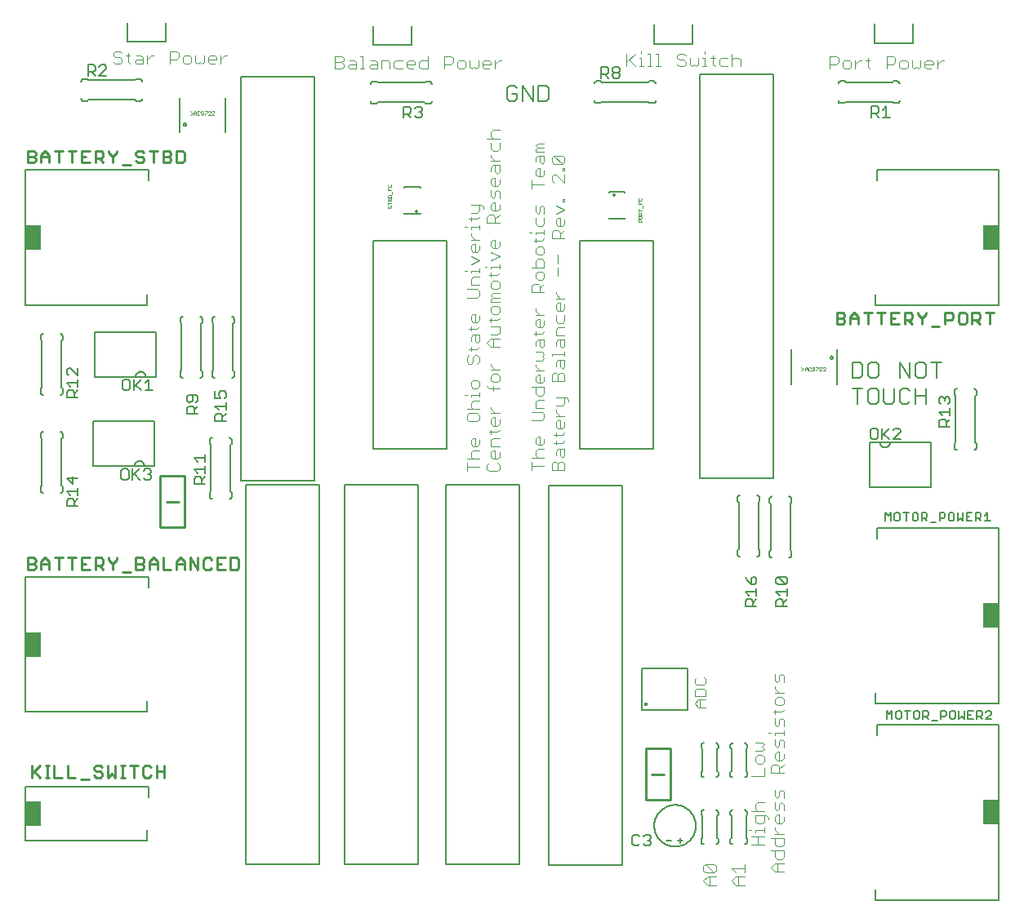
<source format=gto>
G75*
%MOIN*%
%OFA0B0*%
%FSLAX25Y25*%
%IPPOS*%
%LPD*%
%AMOC8*
5,1,8,0,0,1.08239X$1,22.5*
%
%ADD10C,0.00400*%
%ADD11C,0.00600*%
%ADD12C,0.00800*%
%ADD13C,0.01100*%
%ADD14R,0.05906X0.09843*%
%ADD15C,0.01000*%
%ADD16C,0.00100*%
%ADD17C,0.00500*%
%ADD18C,0.00700*%
%ADD19C,0.01682*%
D10*
X0182796Y0216330D02*
X0182796Y0219733D01*
X0182796Y0221394D02*
X0187900Y0221394D01*
X0185348Y0221394D02*
X0184497Y0222245D01*
X0184497Y0223946D01*
X0185348Y0224797D01*
X0187900Y0224797D01*
X0187049Y0226459D02*
X0185348Y0226459D01*
X0184497Y0227309D01*
X0184497Y0229011D01*
X0185348Y0229861D01*
X0186199Y0229861D01*
X0186199Y0226459D01*
X0187049Y0226459D02*
X0187900Y0227309D01*
X0187900Y0229011D01*
X0192747Y0229011D02*
X0192747Y0226459D01*
X0196150Y0226459D01*
X0194449Y0224797D02*
X0194449Y0221394D01*
X0195299Y0221394D02*
X0193598Y0221394D01*
X0192747Y0222245D01*
X0192747Y0223946D01*
X0193598Y0224797D01*
X0194449Y0224797D01*
X0196150Y0223946D02*
X0196150Y0222245D01*
X0195299Y0221394D01*
X0195299Y0219733D02*
X0196150Y0218882D01*
X0196150Y0217181D01*
X0195299Y0216330D01*
X0191896Y0216330D01*
X0191046Y0217181D01*
X0191046Y0218882D01*
X0191896Y0219733D01*
X0187900Y0218031D02*
X0182796Y0218031D01*
X0192747Y0229011D02*
X0193598Y0229861D01*
X0196150Y0229861D01*
X0195299Y0232374D02*
X0191896Y0232374D01*
X0192747Y0233224D02*
X0192747Y0231523D01*
X0195299Y0232374D02*
X0196150Y0233224D01*
X0195299Y0234899D02*
X0193598Y0234899D01*
X0192747Y0235750D01*
X0192747Y0237451D01*
X0193598Y0238302D01*
X0194449Y0238302D01*
X0194449Y0234899D01*
X0195299Y0234899D02*
X0196150Y0235750D01*
X0196150Y0237451D01*
X0196150Y0239963D02*
X0192747Y0239963D01*
X0194449Y0239963D02*
X0192747Y0241665D01*
X0192747Y0242516D01*
X0187900Y0241652D02*
X0182796Y0241652D01*
X0183646Y0239990D02*
X0182796Y0239139D01*
X0182796Y0237438D01*
X0183646Y0236587D01*
X0187049Y0236587D01*
X0187900Y0237438D01*
X0187900Y0239139D01*
X0187049Y0239990D01*
X0183646Y0239990D01*
X0185348Y0241652D02*
X0184497Y0242502D01*
X0184497Y0244204D01*
X0185348Y0245054D01*
X0187900Y0245054D01*
X0187900Y0246716D02*
X0187900Y0248417D01*
X0187900Y0247567D02*
X0184497Y0247567D01*
X0184497Y0246716D01*
X0182796Y0247567D02*
X0181945Y0247567D01*
X0184497Y0250943D02*
X0185348Y0250092D01*
X0187049Y0250092D01*
X0187900Y0250943D01*
X0187900Y0252644D01*
X0187049Y0253495D01*
X0185348Y0253495D01*
X0184497Y0252644D01*
X0184497Y0250943D01*
X0191046Y0250949D02*
X0191896Y0250099D01*
X0196150Y0250099D01*
X0195299Y0252624D02*
X0196150Y0253475D01*
X0196150Y0255176D01*
X0195299Y0256027D01*
X0193598Y0256027D01*
X0192747Y0255176D01*
X0192747Y0253475D01*
X0193598Y0252624D01*
X0195299Y0252624D01*
X0193598Y0250949D02*
X0193598Y0249248D01*
X0194449Y0257689D02*
X0192747Y0259390D01*
X0192747Y0260241D01*
X0192747Y0257689D02*
X0196150Y0257689D01*
X0187900Y0261071D02*
X0187049Y0260221D01*
X0187900Y0261071D02*
X0187900Y0262773D01*
X0187049Y0263624D01*
X0186199Y0263624D01*
X0185348Y0262773D01*
X0185348Y0261071D01*
X0184497Y0260221D01*
X0183646Y0260221D01*
X0182796Y0261071D01*
X0182796Y0262773D01*
X0183646Y0263624D01*
X0184497Y0265285D02*
X0184497Y0266986D01*
X0183646Y0266136D02*
X0187049Y0266136D01*
X0187900Y0266986D01*
X0187049Y0268661D02*
X0186199Y0269512D01*
X0186199Y0272064D01*
X0185348Y0272064D02*
X0187900Y0272064D01*
X0187900Y0269512D01*
X0187049Y0268661D01*
X0184497Y0269512D02*
X0184497Y0271213D01*
X0185348Y0272064D01*
X0184497Y0273726D02*
X0184497Y0275427D01*
X0183646Y0274576D02*
X0187049Y0274576D01*
X0187900Y0275427D01*
X0187049Y0277102D02*
X0185348Y0277102D01*
X0184497Y0277953D01*
X0184497Y0279654D01*
X0185348Y0280505D01*
X0186199Y0280505D01*
X0186199Y0277102D01*
X0187049Y0277102D02*
X0187900Y0277953D01*
X0187900Y0279654D01*
X0191896Y0277952D02*
X0195299Y0277952D01*
X0196150Y0278803D01*
X0195299Y0280478D02*
X0196150Y0281329D01*
X0196150Y0283030D01*
X0195299Y0283881D01*
X0193598Y0283881D01*
X0192747Y0283030D01*
X0192747Y0281329D01*
X0193598Y0280478D01*
X0195299Y0280478D01*
X0192747Y0278803D02*
X0192747Y0277102D01*
X0192747Y0275440D02*
X0196150Y0275440D01*
X0196150Y0272888D01*
X0195299Y0272037D01*
X0192747Y0272037D01*
X0192747Y0270376D02*
X0196150Y0270376D01*
X0193598Y0270376D02*
X0193598Y0266973D01*
X0192747Y0266973D02*
X0196150Y0266973D01*
X0192747Y0266973D02*
X0191046Y0268675D01*
X0192747Y0270376D01*
X0192747Y0285542D02*
X0192747Y0286393D01*
X0193598Y0287244D01*
X0192747Y0288094D01*
X0193598Y0288945D01*
X0196150Y0288945D01*
X0196150Y0287244D02*
X0193598Y0287244D01*
X0192747Y0285542D02*
X0196150Y0285542D01*
X0195299Y0290607D02*
X0196150Y0291457D01*
X0196150Y0293159D01*
X0195299Y0294010D01*
X0193598Y0294010D01*
X0192747Y0293159D01*
X0192747Y0291457D01*
X0193598Y0290607D01*
X0195299Y0290607D01*
X0192747Y0295671D02*
X0192747Y0297372D01*
X0191896Y0296522D02*
X0195299Y0296522D01*
X0196150Y0297372D01*
X0196150Y0299047D02*
X0196150Y0300749D01*
X0196150Y0299898D02*
X0192747Y0299898D01*
X0192747Y0299047D01*
X0191046Y0299898D02*
X0190195Y0299898D01*
X0187900Y0299061D02*
X0187900Y0297359D01*
X0187900Y0298210D02*
X0184497Y0298210D01*
X0184497Y0297359D01*
X0185348Y0295698D02*
X0184497Y0294847D01*
X0184497Y0292295D01*
X0187900Y0292295D01*
X0187049Y0290633D02*
X0182796Y0290633D01*
X0182796Y0287230D02*
X0187049Y0287230D01*
X0187900Y0288081D01*
X0187900Y0289783D01*
X0187049Y0290633D01*
X0187900Y0295698D02*
X0185348Y0295698D01*
X0182796Y0298210D02*
X0181945Y0298210D01*
X0184497Y0300735D02*
X0187900Y0302437D01*
X0184497Y0304138D01*
X0185348Y0305800D02*
X0184497Y0306650D01*
X0184497Y0308352D01*
X0185348Y0309203D01*
X0186199Y0309203D01*
X0186199Y0305800D01*
X0187049Y0305800D02*
X0185348Y0305800D01*
X0187049Y0305800D02*
X0187900Y0306650D01*
X0187900Y0308352D01*
X0187900Y0310864D02*
X0184497Y0310864D01*
X0184497Y0312565D02*
X0184497Y0313416D01*
X0184497Y0312565D02*
X0186199Y0310864D01*
X0187900Y0315084D02*
X0187900Y0316786D01*
X0187900Y0315935D02*
X0184497Y0315935D01*
X0184497Y0315084D01*
X0182796Y0315935D02*
X0181945Y0315935D01*
X0184497Y0318460D02*
X0184497Y0320162D01*
X0183646Y0319311D02*
X0187049Y0319311D01*
X0187900Y0320162D01*
X0187049Y0321837D02*
X0184497Y0321837D01*
X0187049Y0321837D02*
X0187900Y0322687D01*
X0187900Y0325240D01*
X0188751Y0325240D02*
X0189601Y0324389D01*
X0189601Y0323538D01*
X0188751Y0325240D02*
X0184497Y0325240D01*
X0192747Y0325233D02*
X0192747Y0323531D01*
X0193598Y0322681D01*
X0195299Y0322681D01*
X0196150Y0323531D01*
X0196150Y0325233D01*
X0194449Y0326084D02*
X0194449Y0322681D01*
X0193598Y0321019D02*
X0194449Y0320169D01*
X0194449Y0317616D01*
X0196150Y0317616D02*
X0191046Y0317616D01*
X0191046Y0320169D01*
X0191896Y0321019D01*
X0193598Y0321019D01*
X0194449Y0319318D02*
X0196150Y0321019D01*
X0194449Y0326084D02*
X0193598Y0326084D01*
X0192747Y0325233D01*
X0193598Y0327745D02*
X0192747Y0328596D01*
X0192747Y0331148D01*
X0193598Y0332809D02*
X0192747Y0333660D01*
X0192747Y0335361D01*
X0193598Y0336212D01*
X0194449Y0336212D01*
X0194449Y0332809D01*
X0195299Y0332809D02*
X0193598Y0332809D01*
X0195299Y0332809D02*
X0196150Y0333660D01*
X0196150Y0335361D01*
X0195299Y0337874D02*
X0194449Y0338724D01*
X0194449Y0341277D01*
X0193598Y0341277D02*
X0196150Y0341277D01*
X0196150Y0338724D01*
X0195299Y0337874D01*
X0192747Y0338724D02*
X0192747Y0340426D01*
X0193598Y0341277D01*
X0194449Y0342938D02*
X0192747Y0344639D01*
X0192747Y0345490D01*
X0193598Y0347158D02*
X0192747Y0348009D01*
X0192747Y0350561D01*
X0193598Y0352223D02*
X0192747Y0353073D01*
X0192747Y0354775D01*
X0193598Y0355625D01*
X0196150Y0355625D01*
X0196150Y0352223D02*
X0191046Y0352223D01*
X0196150Y0350561D02*
X0196150Y0348009D01*
X0195299Y0347158D01*
X0193598Y0347158D01*
X0192747Y0342938D02*
X0196150Y0342938D01*
X0195299Y0331148D02*
X0194449Y0330297D01*
X0194449Y0328596D01*
X0193598Y0327745D01*
X0196150Y0327745D02*
X0196150Y0330297D01*
X0195299Y0331148D01*
X0209296Y0331621D02*
X0209296Y0335024D01*
X0209296Y0333323D02*
X0214400Y0333323D01*
X0213549Y0336686D02*
X0211848Y0336686D01*
X0210997Y0337536D01*
X0210997Y0339238D01*
X0211848Y0340088D01*
X0212699Y0340088D01*
X0212699Y0336686D01*
X0213549Y0336686D02*
X0214400Y0337536D01*
X0214400Y0339238D01*
X0213549Y0341750D02*
X0212699Y0342601D01*
X0212699Y0345153D01*
X0211848Y0345153D02*
X0214400Y0345153D01*
X0214400Y0342601D01*
X0213549Y0341750D01*
X0210997Y0342601D02*
X0210997Y0344302D01*
X0211848Y0345153D01*
X0210997Y0346814D02*
X0210997Y0347665D01*
X0211848Y0348516D01*
X0210997Y0349366D01*
X0211848Y0350217D01*
X0214400Y0350217D01*
X0214400Y0348516D02*
X0211848Y0348516D01*
X0210997Y0346814D02*
X0214400Y0346814D01*
X0217546Y0344302D02*
X0218396Y0345153D01*
X0221799Y0341750D01*
X0222650Y0342601D01*
X0222650Y0344302D01*
X0221799Y0345153D01*
X0218396Y0345153D01*
X0217546Y0344302D02*
X0217546Y0342601D01*
X0218396Y0341750D01*
X0221799Y0341750D01*
X0221799Y0340068D02*
X0222650Y0340068D01*
X0222650Y0339218D01*
X0221799Y0339218D01*
X0221799Y0340068D01*
X0222650Y0337556D02*
X0222650Y0334153D01*
X0219247Y0337556D01*
X0218396Y0337556D01*
X0217546Y0336706D01*
X0217546Y0335004D01*
X0218396Y0334153D01*
X0221799Y0327408D02*
X0222650Y0327408D01*
X0222650Y0326557D01*
X0221799Y0326557D01*
X0221799Y0327408D01*
X0219247Y0324895D02*
X0222650Y0323194D01*
X0219247Y0321493D01*
X0220098Y0319831D02*
X0220949Y0319831D01*
X0220949Y0316428D01*
X0221799Y0316428D02*
X0220098Y0316428D01*
X0219247Y0317279D01*
X0219247Y0318980D01*
X0220098Y0319831D01*
X0222650Y0318980D02*
X0222650Y0317279D01*
X0221799Y0316428D01*
X0222650Y0314767D02*
X0220949Y0313065D01*
X0220949Y0313916D02*
X0220949Y0311364D01*
X0222650Y0311364D02*
X0217546Y0311364D01*
X0217546Y0313916D01*
X0218396Y0314767D01*
X0220098Y0314767D01*
X0220949Y0313916D01*
X0214400Y0313903D02*
X0210997Y0313903D01*
X0210997Y0313052D01*
X0210997Y0311377D02*
X0210997Y0309676D01*
X0210146Y0310527D02*
X0213549Y0310527D01*
X0214400Y0311377D01*
X0214400Y0313052D02*
X0214400Y0314753D01*
X0213549Y0316428D02*
X0214400Y0317279D01*
X0214400Y0319831D01*
X0214400Y0321493D02*
X0214400Y0324045D01*
X0213549Y0324895D01*
X0212699Y0324045D01*
X0212699Y0322343D01*
X0211848Y0321493D01*
X0210997Y0322343D01*
X0210997Y0324895D01*
X0210997Y0319831D02*
X0210997Y0317279D01*
X0211848Y0316428D01*
X0213549Y0316428D01*
X0209296Y0313903D02*
X0208445Y0313903D01*
X0211848Y0308014D02*
X0210997Y0307164D01*
X0210997Y0305462D01*
X0211848Y0304611D01*
X0213549Y0304611D01*
X0214400Y0305462D01*
X0214400Y0307164D01*
X0213549Y0308014D01*
X0211848Y0308014D01*
X0211848Y0302950D02*
X0210997Y0302099D01*
X0210997Y0299547D01*
X0209296Y0299547D02*
X0214400Y0299547D01*
X0214400Y0302099D01*
X0213549Y0302950D01*
X0211848Y0302950D01*
X0211848Y0297886D02*
X0210997Y0297035D01*
X0210997Y0295334D01*
X0211848Y0294483D01*
X0213549Y0294483D01*
X0214400Y0295334D01*
X0214400Y0297035D01*
X0213549Y0297886D01*
X0211848Y0297886D01*
X0211848Y0292821D02*
X0212699Y0291971D01*
X0212699Y0289419D01*
X0212699Y0291120D02*
X0214400Y0292821D01*
X0211848Y0292821D02*
X0210146Y0292821D01*
X0209296Y0291971D01*
X0209296Y0289419D01*
X0214400Y0289419D01*
X0219247Y0289439D02*
X0219247Y0288588D01*
X0220949Y0286886D01*
X0220949Y0285225D02*
X0220949Y0281822D01*
X0221799Y0281822D02*
X0220098Y0281822D01*
X0219247Y0282673D01*
X0219247Y0284374D01*
X0220098Y0285225D01*
X0220949Y0285225D01*
X0222650Y0284374D02*
X0222650Y0282673D01*
X0221799Y0281822D01*
X0222650Y0280161D02*
X0222650Y0277608D01*
X0221799Y0276758D01*
X0220098Y0276758D01*
X0219247Y0277608D01*
X0219247Y0280161D01*
X0214400Y0280134D02*
X0210997Y0280134D01*
X0210997Y0281835D02*
X0212699Y0280134D01*
X0212699Y0278473D02*
X0212699Y0275070D01*
X0213549Y0275070D02*
X0211848Y0275070D01*
X0210997Y0275920D01*
X0210997Y0277622D01*
X0211848Y0278473D01*
X0212699Y0278473D01*
X0214400Y0277622D02*
X0214400Y0275920D01*
X0213549Y0275070D01*
X0214400Y0273395D02*
X0213549Y0272544D01*
X0210146Y0272544D01*
X0210997Y0271693D02*
X0210997Y0273395D01*
X0211848Y0270032D02*
X0214400Y0270032D01*
X0214400Y0267480D01*
X0213549Y0266629D01*
X0212699Y0267480D01*
X0212699Y0270032D01*
X0211848Y0270032D02*
X0210997Y0269181D01*
X0210997Y0267480D01*
X0210997Y0264968D02*
X0213549Y0264968D01*
X0214400Y0264117D01*
X0213549Y0263266D01*
X0214400Y0262415D01*
X0213549Y0261565D01*
X0210997Y0261565D01*
X0210997Y0259897D02*
X0210997Y0259046D01*
X0212699Y0257344D01*
X0212699Y0255683D02*
X0212699Y0252280D01*
X0213549Y0252280D02*
X0211848Y0252280D01*
X0210997Y0253131D01*
X0210997Y0254832D01*
X0211848Y0255683D01*
X0212699Y0255683D01*
X0214400Y0254832D02*
X0214400Y0253131D01*
X0213549Y0252280D01*
X0214400Y0250619D02*
X0214400Y0248067D01*
X0213549Y0247216D01*
X0211848Y0247216D01*
X0210997Y0248067D01*
X0210997Y0250619D01*
X0209296Y0250619D02*
X0214400Y0250619D01*
X0217546Y0253124D02*
X0217546Y0255676D01*
X0218396Y0256527D01*
X0219247Y0256527D01*
X0220098Y0255676D01*
X0220098Y0253124D01*
X0222650Y0253124D02*
X0217546Y0253124D01*
X0220098Y0255676D02*
X0220949Y0256527D01*
X0221799Y0256527D01*
X0222650Y0255676D01*
X0222650Y0253124D01*
X0221799Y0258189D02*
X0220949Y0259039D01*
X0220949Y0261591D01*
X0220098Y0261591D02*
X0222650Y0261591D01*
X0222650Y0259039D01*
X0221799Y0258189D01*
X0219247Y0259039D02*
X0219247Y0260741D01*
X0220098Y0261591D01*
X0222650Y0263253D02*
X0222650Y0264954D01*
X0222650Y0264104D02*
X0217546Y0264104D01*
X0217546Y0263253D01*
X0219247Y0267480D02*
X0219247Y0269181D01*
X0220098Y0270032D01*
X0222650Y0270032D01*
X0222650Y0267480D01*
X0221799Y0266629D01*
X0220949Y0267480D01*
X0220949Y0270032D01*
X0222650Y0271693D02*
X0219247Y0271693D01*
X0219247Y0274246D01*
X0220098Y0275096D01*
X0222650Y0275096D01*
X0222650Y0286886D02*
X0219247Y0286886D01*
X0210997Y0282686D02*
X0210997Y0281835D01*
X0220098Y0296171D02*
X0220098Y0299574D01*
X0220098Y0301235D02*
X0220098Y0304638D01*
X0196150Y0304125D02*
X0192747Y0305826D01*
X0193598Y0307488D02*
X0192747Y0308338D01*
X0192747Y0310040D01*
X0193598Y0310891D01*
X0194449Y0310891D01*
X0194449Y0307488D01*
X0195299Y0307488D02*
X0193598Y0307488D01*
X0195299Y0307488D02*
X0196150Y0308338D01*
X0196150Y0310040D01*
X0196150Y0304125D02*
X0192747Y0302423D01*
X0210997Y0257344D02*
X0214400Y0257344D01*
X0214400Y0245554D02*
X0211848Y0245554D01*
X0210997Y0244704D01*
X0210997Y0242152D01*
X0214400Y0242152D01*
X0213549Y0240490D02*
X0209296Y0240490D01*
X0209296Y0237087D02*
X0213549Y0237087D01*
X0214400Y0237938D01*
X0214400Y0239639D01*
X0213549Y0240490D01*
X0219247Y0240477D02*
X0220949Y0238775D01*
X0220949Y0237114D02*
X0220949Y0233711D01*
X0221799Y0233711D02*
X0220098Y0233711D01*
X0219247Y0234562D01*
X0219247Y0236263D01*
X0220098Y0237114D01*
X0220949Y0237114D01*
X0222650Y0236263D02*
X0222650Y0234562D01*
X0221799Y0233711D01*
X0222650Y0232036D02*
X0221799Y0231186D01*
X0218396Y0231186D01*
X0219247Y0232036D02*
X0219247Y0230335D01*
X0219247Y0228660D02*
X0219247Y0226959D01*
X0218396Y0227809D02*
X0221799Y0227809D01*
X0222650Y0228660D01*
X0222650Y0225297D02*
X0220098Y0225297D01*
X0219247Y0224446D01*
X0219247Y0222745D01*
X0220949Y0222745D02*
X0220949Y0225297D01*
X0222650Y0225297D02*
X0222650Y0222745D01*
X0221799Y0221894D01*
X0220949Y0222745D01*
X0220949Y0220233D02*
X0221799Y0220233D01*
X0222650Y0219382D01*
X0222650Y0216830D01*
X0217546Y0216830D01*
X0217546Y0219382D01*
X0218396Y0220233D01*
X0219247Y0220233D01*
X0220098Y0219382D01*
X0220098Y0216830D01*
X0220098Y0219382D02*
X0220949Y0220233D01*
X0214400Y0221894D02*
X0209296Y0221894D01*
X0209296Y0220233D02*
X0209296Y0216830D01*
X0209296Y0218531D02*
X0214400Y0218531D01*
X0211848Y0221894D02*
X0210997Y0222745D01*
X0210997Y0224446D01*
X0211848Y0225297D01*
X0214400Y0225297D01*
X0213549Y0226959D02*
X0211848Y0226959D01*
X0210997Y0227809D01*
X0210997Y0229511D01*
X0211848Y0230361D01*
X0212699Y0230361D01*
X0212699Y0226959D01*
X0213549Y0226959D02*
X0214400Y0227809D01*
X0214400Y0229511D01*
X0219247Y0238775D02*
X0222650Y0238775D01*
X0219247Y0240477D02*
X0219247Y0241327D01*
X0219247Y0242996D02*
X0221799Y0242996D01*
X0222650Y0243846D01*
X0222650Y0246398D01*
X0223501Y0246398D02*
X0224351Y0245548D01*
X0224351Y0244697D01*
X0223501Y0246398D02*
X0219247Y0246398D01*
X0276567Y0132172D02*
X0275800Y0131405D01*
X0275800Y0129870D01*
X0276567Y0129103D01*
X0279637Y0129103D01*
X0280404Y0129870D01*
X0280404Y0131405D01*
X0279637Y0132172D01*
X0279637Y0127568D02*
X0276567Y0127568D01*
X0275800Y0126801D01*
X0275800Y0124499D01*
X0280404Y0124499D01*
X0280404Y0126801D01*
X0279637Y0127568D01*
X0280404Y0122964D02*
X0277335Y0122964D01*
X0275800Y0121430D01*
X0277335Y0119895D01*
X0280404Y0119895D01*
X0278102Y0119895D02*
X0278102Y0122964D01*
X0300680Y0105482D02*
X0303283Y0105482D01*
X0304150Y0104615D01*
X0303283Y0103748D01*
X0304150Y0102880D01*
X0303283Y0102013D01*
X0300680Y0102013D01*
X0301548Y0100326D02*
X0300680Y0099459D01*
X0300680Y0097724D01*
X0301548Y0096856D01*
X0303283Y0096856D01*
X0304150Y0097724D01*
X0304150Y0099459D01*
X0303283Y0100326D01*
X0301548Y0100326D01*
X0304150Y0095170D02*
X0304150Y0091700D01*
X0298946Y0091700D01*
X0306946Y0093092D02*
X0306946Y0095694D01*
X0307813Y0096561D01*
X0309548Y0096561D01*
X0310415Y0095694D01*
X0310415Y0093092D01*
X0310415Y0094827D02*
X0312150Y0096561D01*
X0311283Y0098248D02*
X0309548Y0098248D01*
X0308680Y0099116D01*
X0308680Y0100850D01*
X0309548Y0101718D01*
X0310415Y0101718D01*
X0310415Y0098248D01*
X0311283Y0098248D02*
X0312150Y0099116D01*
X0312150Y0100850D01*
X0312150Y0103405D02*
X0312150Y0106007D01*
X0311283Y0106874D01*
X0310415Y0106007D01*
X0310415Y0104272D01*
X0309548Y0103405D01*
X0308680Y0104272D01*
X0308680Y0106874D01*
X0308680Y0108561D02*
X0308680Y0109428D01*
X0312150Y0109428D01*
X0312150Y0108561D02*
X0312150Y0110296D01*
X0312150Y0111999D02*
X0312150Y0114601D01*
X0311283Y0115468D01*
X0310415Y0114601D01*
X0310415Y0112866D01*
X0309548Y0111999D01*
X0308680Y0112866D01*
X0308680Y0115468D01*
X0308680Y0117155D02*
X0308680Y0118890D01*
X0307813Y0118022D02*
X0311283Y0118022D01*
X0312150Y0118890D01*
X0311283Y0120593D02*
X0312150Y0121460D01*
X0312150Y0123195D01*
X0311283Y0124062D01*
X0309548Y0124062D01*
X0308680Y0123195D01*
X0308680Y0121460D01*
X0309548Y0120593D01*
X0311283Y0120593D01*
X0312150Y0125749D02*
X0308680Y0125749D01*
X0308680Y0127484D02*
X0308680Y0128351D01*
X0308680Y0127484D02*
X0310415Y0125749D01*
X0309548Y0130046D02*
X0308680Y0130913D01*
X0308680Y0133516D01*
X0310415Y0132648D02*
X0310415Y0130913D01*
X0309548Y0130046D01*
X0312150Y0130046D02*
X0312150Y0132648D01*
X0311283Y0133516D01*
X0310415Y0132648D01*
X0306946Y0109428D02*
X0306078Y0109428D01*
X0306946Y0093092D02*
X0312150Y0093092D01*
X0311283Y0086249D02*
X0310415Y0085381D01*
X0310415Y0083646D01*
X0309548Y0082779D01*
X0308680Y0083646D01*
X0308680Y0086249D01*
X0311283Y0086249D02*
X0312150Y0085381D01*
X0312150Y0082779D01*
X0311283Y0081092D02*
X0310415Y0080225D01*
X0310415Y0078490D01*
X0309548Y0077623D01*
X0308680Y0078490D01*
X0308680Y0081092D01*
X0311283Y0081092D02*
X0312150Y0080225D01*
X0312150Y0077623D01*
X0310415Y0075936D02*
X0309548Y0075936D01*
X0308680Y0075068D01*
X0308680Y0073334D01*
X0309548Y0072466D01*
X0311283Y0072466D01*
X0312150Y0073334D01*
X0312150Y0075068D01*
X0310415Y0075936D02*
X0310415Y0072466D01*
X0308680Y0070771D02*
X0308680Y0069904D01*
X0310415Y0068169D01*
X0312150Y0068169D02*
X0308680Y0068169D01*
X0308680Y0066482D02*
X0308680Y0063880D01*
X0309548Y0063013D01*
X0311283Y0063013D01*
X0312150Y0063880D01*
X0312150Y0066482D01*
X0306946Y0066482D01*
X0304150Y0067170D02*
X0298946Y0067170D01*
X0300680Y0068856D02*
X0300680Y0069724D01*
X0304150Y0069724D01*
X0304150Y0070591D02*
X0304150Y0068856D01*
X0301548Y0067170D02*
X0301548Y0063700D01*
X0304150Y0063700D02*
X0298946Y0063700D01*
X0298946Y0069724D02*
X0298078Y0069724D01*
X0300680Y0073161D02*
X0301548Y0072294D01*
X0303283Y0072294D01*
X0304150Y0073161D01*
X0304150Y0075764D01*
X0305017Y0075764D02*
X0300680Y0075764D01*
X0300680Y0073161D01*
X0301548Y0077450D02*
X0300680Y0078318D01*
X0300680Y0080053D01*
X0301548Y0080920D01*
X0304150Y0080920D01*
X0304150Y0077450D02*
X0298946Y0077450D01*
X0305017Y0075764D02*
X0305885Y0074896D01*
X0305885Y0074029D01*
X0306946Y0061326D02*
X0312150Y0061326D01*
X0312150Y0058724D01*
X0311283Y0057856D01*
X0309548Y0057856D01*
X0308680Y0058724D01*
X0308680Y0061326D01*
X0308680Y0056170D02*
X0312150Y0056170D01*
X0309548Y0056170D02*
X0309548Y0052700D01*
X0308680Y0052700D02*
X0306946Y0054435D01*
X0308680Y0056170D01*
X0308680Y0052700D02*
X0312150Y0052700D01*
X0296150Y0052356D02*
X0296150Y0055826D01*
X0296150Y0054091D02*
X0290946Y0054091D01*
X0292680Y0052356D01*
X0292680Y0050670D02*
X0296150Y0050670D01*
X0293548Y0050670D02*
X0293548Y0047200D01*
X0292680Y0047200D02*
X0290946Y0048935D01*
X0292680Y0050670D01*
X0292680Y0047200D02*
X0296150Y0047200D01*
X0284650Y0047200D02*
X0281180Y0047200D01*
X0279446Y0048935D01*
X0281180Y0050670D01*
X0284650Y0050670D01*
X0283783Y0052356D02*
X0280313Y0055826D01*
X0283783Y0055826D01*
X0284650Y0054959D01*
X0284650Y0053224D01*
X0283783Y0052356D01*
X0280313Y0052356D01*
X0279446Y0053224D01*
X0279446Y0054959D01*
X0280313Y0055826D01*
X0282048Y0050670D02*
X0282048Y0047200D01*
X0280723Y0381700D02*
X0278988Y0381700D01*
X0279856Y0381700D02*
X0279856Y0385170D01*
X0278988Y0385170D01*
X0277302Y0385170D02*
X0277302Y0382567D01*
X0276434Y0381700D01*
X0275567Y0382567D01*
X0274699Y0381700D01*
X0273832Y0382567D01*
X0273832Y0385170D01*
X0272145Y0386037D02*
X0271278Y0386904D01*
X0269543Y0386904D01*
X0268676Y0386037D01*
X0268676Y0385170D01*
X0269543Y0384302D01*
X0271278Y0384302D01*
X0272145Y0383435D01*
X0272145Y0382567D01*
X0271278Y0381700D01*
X0269543Y0381700D01*
X0268676Y0382567D01*
X0261816Y0381700D02*
X0260082Y0381700D01*
X0260949Y0381700D02*
X0260949Y0386904D01*
X0260082Y0386904D01*
X0257511Y0386904D02*
X0257511Y0381700D01*
X0256644Y0381700D02*
X0258379Y0381700D01*
X0254941Y0381700D02*
X0253206Y0381700D01*
X0254074Y0381700D02*
X0254074Y0385170D01*
X0253206Y0385170D01*
X0254074Y0386904D02*
X0254074Y0387772D01*
X0251520Y0386904D02*
X0248050Y0383435D01*
X0248917Y0384302D02*
X0251520Y0381700D01*
X0248050Y0381700D02*
X0248050Y0386904D01*
X0256644Y0386904D02*
X0257511Y0386904D01*
X0279856Y0386904D02*
X0279856Y0387772D01*
X0282426Y0385170D02*
X0284161Y0385170D01*
X0283293Y0386037D02*
X0283293Y0382567D01*
X0284161Y0381700D01*
X0285864Y0382567D02*
X0286731Y0381700D01*
X0289333Y0381700D01*
X0291020Y0381700D02*
X0291020Y0386904D01*
X0291887Y0385170D02*
X0293622Y0385170D01*
X0294490Y0384302D01*
X0294490Y0381700D01*
X0291020Y0384302D02*
X0291887Y0385170D01*
X0289333Y0385170D02*
X0286731Y0385170D01*
X0285864Y0384302D01*
X0285864Y0382567D01*
X0331050Y0382435D02*
X0333652Y0382435D01*
X0334520Y0383302D01*
X0334520Y0385037D01*
X0333652Y0385904D01*
X0331050Y0385904D01*
X0331050Y0380700D01*
X0336206Y0381567D02*
X0336206Y0383302D01*
X0337074Y0384170D01*
X0338809Y0384170D01*
X0339676Y0383302D01*
X0339676Y0381567D01*
X0338809Y0380700D01*
X0337074Y0380700D01*
X0336206Y0381567D01*
X0341363Y0380700D02*
X0341363Y0384170D01*
X0341363Y0382435D02*
X0343098Y0384170D01*
X0343965Y0384170D01*
X0345660Y0384170D02*
X0347395Y0384170D01*
X0346527Y0385037D02*
X0346527Y0381567D01*
X0347395Y0380700D01*
X0354254Y0380700D02*
X0354254Y0385904D01*
X0356856Y0385904D01*
X0357723Y0385037D01*
X0357723Y0383302D01*
X0356856Y0382435D01*
X0354254Y0382435D01*
X0359410Y0383302D02*
X0359410Y0381567D01*
X0360278Y0380700D01*
X0362012Y0380700D01*
X0362880Y0381567D01*
X0362880Y0383302D01*
X0362012Y0384170D01*
X0360278Y0384170D01*
X0359410Y0383302D01*
X0364567Y0384170D02*
X0364567Y0381567D01*
X0365434Y0380700D01*
X0366301Y0381567D01*
X0367169Y0380700D01*
X0368036Y0381567D01*
X0368036Y0384170D01*
X0369723Y0383302D02*
X0370590Y0384170D01*
X0372325Y0384170D01*
X0373193Y0383302D01*
X0373193Y0382435D01*
X0369723Y0382435D01*
X0369723Y0383302D02*
X0369723Y0381567D01*
X0370590Y0380700D01*
X0372325Y0380700D01*
X0374879Y0380700D02*
X0374879Y0384170D01*
X0376614Y0384170D02*
X0377482Y0384170D01*
X0376614Y0384170D02*
X0374879Y0382435D01*
X0196967Y0384170D02*
X0196099Y0384170D01*
X0194364Y0382435D01*
X0192678Y0382435D02*
X0189208Y0382435D01*
X0189208Y0383302D02*
X0190075Y0384170D01*
X0191810Y0384170D01*
X0192678Y0383302D01*
X0192678Y0382435D01*
X0191810Y0380700D02*
X0190075Y0380700D01*
X0189208Y0381567D01*
X0189208Y0383302D01*
X0187521Y0384170D02*
X0187521Y0381567D01*
X0186654Y0380700D01*
X0185786Y0381567D01*
X0184919Y0380700D01*
X0184052Y0381567D01*
X0184052Y0384170D01*
X0182365Y0383302D02*
X0181497Y0384170D01*
X0179763Y0384170D01*
X0178895Y0383302D01*
X0178895Y0381567D01*
X0179763Y0380700D01*
X0181497Y0380700D01*
X0182365Y0381567D01*
X0182365Y0383302D01*
X0177208Y0383302D02*
X0176341Y0382435D01*
X0173739Y0382435D01*
X0173739Y0380700D02*
X0173739Y0385904D01*
X0176341Y0385904D01*
X0177208Y0385037D01*
X0177208Y0383302D01*
X0166896Y0384170D02*
X0164293Y0384170D01*
X0163426Y0383302D01*
X0163426Y0381567D01*
X0164293Y0380700D01*
X0166896Y0380700D01*
X0166896Y0385904D01*
X0161739Y0383302D02*
X0161739Y0382435D01*
X0158270Y0382435D01*
X0158270Y0383302D02*
X0159137Y0384170D01*
X0160872Y0384170D01*
X0161739Y0383302D01*
X0160872Y0380700D02*
X0159137Y0380700D01*
X0158270Y0381567D01*
X0158270Y0383302D01*
X0156583Y0384170D02*
X0153981Y0384170D01*
X0153113Y0383302D01*
X0153113Y0381567D01*
X0153981Y0380700D01*
X0156583Y0380700D01*
X0151426Y0380700D02*
X0151426Y0383302D01*
X0150559Y0384170D01*
X0147957Y0384170D01*
X0147957Y0380700D01*
X0146270Y0380700D02*
X0143668Y0380700D01*
X0142800Y0381567D01*
X0143668Y0382435D01*
X0146270Y0382435D01*
X0146270Y0383302D02*
X0146270Y0380700D01*
X0146270Y0383302D02*
X0145403Y0384170D01*
X0143668Y0384170D01*
X0140230Y0385904D02*
X0140230Y0380700D01*
X0139363Y0380700D02*
X0141098Y0380700D01*
X0137676Y0380700D02*
X0137676Y0383302D01*
X0136809Y0384170D01*
X0135074Y0384170D01*
X0135074Y0382435D02*
X0137676Y0382435D01*
X0137676Y0380700D02*
X0135074Y0380700D01*
X0134206Y0381567D01*
X0135074Y0382435D01*
X0132520Y0382435D02*
X0132520Y0381567D01*
X0131652Y0380700D01*
X0129050Y0380700D01*
X0129050Y0385904D01*
X0131652Y0385904D01*
X0132520Y0385037D01*
X0132520Y0384170D01*
X0131652Y0383302D01*
X0129050Y0383302D01*
X0131652Y0383302D02*
X0132520Y0382435D01*
X0139363Y0385904D02*
X0140230Y0385904D01*
X0084982Y0386170D02*
X0084114Y0386170D01*
X0082379Y0384435D01*
X0080693Y0384435D02*
X0077223Y0384435D01*
X0077223Y0385302D02*
X0078090Y0386170D01*
X0079825Y0386170D01*
X0080693Y0385302D01*
X0080693Y0384435D01*
X0079825Y0382700D02*
X0078090Y0382700D01*
X0077223Y0383567D01*
X0077223Y0385302D01*
X0075536Y0386170D02*
X0075536Y0383567D01*
X0074669Y0382700D01*
X0073801Y0383567D01*
X0072934Y0382700D01*
X0072067Y0383567D01*
X0072067Y0386170D01*
X0070380Y0385302D02*
X0069512Y0386170D01*
X0067778Y0386170D01*
X0066910Y0385302D01*
X0066910Y0383567D01*
X0067778Y0382700D01*
X0069512Y0382700D01*
X0070380Y0383567D01*
X0070380Y0385302D01*
X0065223Y0385302D02*
X0065223Y0387037D01*
X0064356Y0387904D01*
X0061754Y0387904D01*
X0061754Y0382700D01*
X0061754Y0384435D02*
X0064356Y0384435D01*
X0065223Y0385302D01*
X0054903Y0386170D02*
X0054035Y0386170D01*
X0052300Y0384435D01*
X0050614Y0384435D02*
X0048011Y0384435D01*
X0047144Y0383567D01*
X0048011Y0382700D01*
X0050614Y0382700D01*
X0050614Y0385302D01*
X0049746Y0386170D01*
X0048011Y0386170D01*
X0045441Y0386170D02*
X0043706Y0386170D01*
X0044574Y0387037D02*
X0044574Y0383567D01*
X0045441Y0382700D01*
X0042020Y0383567D02*
X0041152Y0382700D01*
X0039417Y0382700D01*
X0038550Y0383567D01*
X0039417Y0385302D02*
X0041152Y0385302D01*
X0042020Y0384435D01*
X0042020Y0383567D01*
X0039417Y0385302D02*
X0038550Y0386170D01*
X0038550Y0387037D01*
X0039417Y0387904D01*
X0041152Y0387904D01*
X0042020Y0387037D01*
X0052300Y0386170D02*
X0052300Y0382700D01*
X0082379Y0382700D02*
X0082379Y0386170D01*
X0194364Y0384170D02*
X0194364Y0380700D01*
D11*
X0200218Y0373705D02*
X0199150Y0372638D01*
X0199150Y0368368D01*
X0200218Y0367300D01*
X0202353Y0367300D01*
X0203420Y0368368D01*
X0203420Y0370503D01*
X0201285Y0370503D01*
X0203420Y0372638D02*
X0202353Y0373705D01*
X0200218Y0373705D01*
X0205595Y0373705D02*
X0205595Y0367300D01*
X0209866Y0367300D02*
X0205595Y0373705D01*
X0209866Y0373705D02*
X0209866Y0367300D01*
X0212041Y0367300D02*
X0215244Y0367300D01*
X0216311Y0368368D01*
X0216311Y0372638D01*
X0215244Y0373705D01*
X0212041Y0373705D01*
X0212041Y0367300D01*
X0234913Y0367642D02*
X0234915Y0367582D01*
X0234920Y0367521D01*
X0234929Y0367462D01*
X0234942Y0367403D01*
X0234958Y0367344D01*
X0234978Y0367287D01*
X0235001Y0367232D01*
X0235028Y0367177D01*
X0235057Y0367125D01*
X0235090Y0367074D01*
X0235126Y0367025D01*
X0235164Y0366979D01*
X0235206Y0366935D01*
X0235250Y0366893D01*
X0235296Y0366855D01*
X0235345Y0366819D01*
X0235396Y0366786D01*
X0235448Y0366757D01*
X0235503Y0366730D01*
X0235558Y0366707D01*
X0235615Y0366687D01*
X0235674Y0366671D01*
X0235733Y0366658D01*
X0235792Y0366649D01*
X0235853Y0366644D01*
X0235913Y0366642D01*
X0237413Y0366642D01*
X0237913Y0367142D01*
X0256913Y0367142D01*
X0257413Y0366642D01*
X0258913Y0366642D01*
X0258973Y0366644D01*
X0259034Y0366649D01*
X0259093Y0366658D01*
X0259152Y0366671D01*
X0259211Y0366687D01*
X0259268Y0366707D01*
X0259323Y0366730D01*
X0259378Y0366757D01*
X0259430Y0366786D01*
X0259481Y0366819D01*
X0259530Y0366855D01*
X0259576Y0366893D01*
X0259620Y0366935D01*
X0259662Y0366979D01*
X0259700Y0367025D01*
X0259736Y0367074D01*
X0259769Y0367125D01*
X0259798Y0367177D01*
X0259825Y0367232D01*
X0259848Y0367287D01*
X0259868Y0367344D01*
X0259884Y0367403D01*
X0259897Y0367462D01*
X0259906Y0367521D01*
X0259911Y0367582D01*
X0259913Y0367642D01*
X0259913Y0374642D02*
X0259911Y0374702D01*
X0259906Y0374763D01*
X0259897Y0374822D01*
X0259884Y0374881D01*
X0259868Y0374940D01*
X0259848Y0374997D01*
X0259825Y0375052D01*
X0259798Y0375107D01*
X0259769Y0375159D01*
X0259736Y0375210D01*
X0259700Y0375259D01*
X0259662Y0375305D01*
X0259620Y0375349D01*
X0259576Y0375391D01*
X0259530Y0375429D01*
X0259481Y0375465D01*
X0259430Y0375498D01*
X0259378Y0375527D01*
X0259323Y0375554D01*
X0259268Y0375577D01*
X0259211Y0375597D01*
X0259152Y0375613D01*
X0259093Y0375626D01*
X0259034Y0375635D01*
X0258973Y0375640D01*
X0258913Y0375642D01*
X0257413Y0375642D01*
X0256913Y0375142D01*
X0237913Y0375142D01*
X0237413Y0375642D01*
X0235913Y0375642D01*
X0235853Y0375640D01*
X0235792Y0375635D01*
X0235733Y0375626D01*
X0235674Y0375613D01*
X0235615Y0375597D01*
X0235558Y0375577D01*
X0235503Y0375554D01*
X0235448Y0375527D01*
X0235396Y0375498D01*
X0235345Y0375465D01*
X0235296Y0375429D01*
X0235250Y0375391D01*
X0235206Y0375349D01*
X0235164Y0375305D01*
X0235126Y0375259D01*
X0235090Y0375210D01*
X0235057Y0375159D01*
X0235028Y0375107D01*
X0235001Y0375052D01*
X0234978Y0374997D01*
X0234958Y0374940D01*
X0234942Y0374881D01*
X0234929Y0374822D01*
X0234920Y0374763D01*
X0234915Y0374702D01*
X0234913Y0374642D01*
X0259224Y0390827D02*
X0259224Y0398701D01*
X0259224Y0390827D02*
X0274972Y0390827D01*
X0274972Y0398701D01*
X0277836Y0378258D02*
X0307836Y0378258D01*
X0307836Y0213258D01*
X0277836Y0213258D01*
X0277836Y0378258D01*
X0335470Y0375593D02*
X0336970Y0375593D01*
X0337470Y0375093D01*
X0356470Y0375093D01*
X0356970Y0375593D01*
X0358470Y0375593D01*
X0358530Y0375591D01*
X0358591Y0375586D01*
X0358650Y0375577D01*
X0358709Y0375564D01*
X0358768Y0375548D01*
X0358825Y0375528D01*
X0358880Y0375505D01*
X0358935Y0375478D01*
X0358987Y0375449D01*
X0359038Y0375416D01*
X0359087Y0375380D01*
X0359133Y0375342D01*
X0359177Y0375300D01*
X0359219Y0375256D01*
X0359257Y0375210D01*
X0359293Y0375161D01*
X0359326Y0375110D01*
X0359355Y0375058D01*
X0359382Y0375003D01*
X0359405Y0374948D01*
X0359425Y0374891D01*
X0359441Y0374832D01*
X0359454Y0374773D01*
X0359463Y0374714D01*
X0359468Y0374653D01*
X0359470Y0374593D01*
X0359470Y0367593D02*
X0359468Y0367533D01*
X0359463Y0367472D01*
X0359454Y0367413D01*
X0359441Y0367354D01*
X0359425Y0367295D01*
X0359405Y0367238D01*
X0359382Y0367183D01*
X0359355Y0367128D01*
X0359326Y0367076D01*
X0359293Y0367025D01*
X0359257Y0366976D01*
X0359219Y0366930D01*
X0359177Y0366886D01*
X0359133Y0366844D01*
X0359087Y0366806D01*
X0359038Y0366770D01*
X0358987Y0366737D01*
X0358935Y0366708D01*
X0358880Y0366681D01*
X0358825Y0366658D01*
X0358768Y0366638D01*
X0358709Y0366622D01*
X0358650Y0366609D01*
X0358591Y0366600D01*
X0358530Y0366595D01*
X0358470Y0366593D01*
X0356970Y0366593D01*
X0356470Y0367093D01*
X0337470Y0367093D01*
X0336970Y0366593D01*
X0335470Y0366593D01*
X0335410Y0366595D01*
X0335349Y0366600D01*
X0335290Y0366609D01*
X0335231Y0366622D01*
X0335172Y0366638D01*
X0335115Y0366658D01*
X0335060Y0366681D01*
X0335005Y0366708D01*
X0334953Y0366737D01*
X0334902Y0366770D01*
X0334853Y0366806D01*
X0334807Y0366844D01*
X0334763Y0366886D01*
X0334721Y0366930D01*
X0334683Y0366976D01*
X0334647Y0367025D01*
X0334614Y0367076D01*
X0334585Y0367128D01*
X0334558Y0367183D01*
X0334535Y0367238D01*
X0334515Y0367295D01*
X0334499Y0367354D01*
X0334486Y0367413D01*
X0334477Y0367472D01*
X0334472Y0367533D01*
X0334470Y0367593D01*
X0334470Y0374593D02*
X0334472Y0374653D01*
X0334477Y0374714D01*
X0334486Y0374773D01*
X0334499Y0374832D01*
X0334515Y0374891D01*
X0334535Y0374948D01*
X0334558Y0375003D01*
X0334585Y0375058D01*
X0334614Y0375110D01*
X0334647Y0375161D01*
X0334683Y0375210D01*
X0334721Y0375256D01*
X0334763Y0375300D01*
X0334807Y0375342D01*
X0334853Y0375380D01*
X0334902Y0375416D01*
X0334953Y0375449D01*
X0335005Y0375478D01*
X0335060Y0375505D01*
X0335115Y0375528D01*
X0335172Y0375548D01*
X0335231Y0375564D01*
X0335290Y0375577D01*
X0335349Y0375586D01*
X0335410Y0375591D01*
X0335470Y0375593D01*
X0349283Y0391073D02*
X0365031Y0391073D01*
X0365031Y0398947D01*
X0349283Y0398947D02*
X0349283Y0391073D01*
X0258968Y0310285D02*
X0228968Y0310285D01*
X0228968Y0225285D01*
X0258968Y0225285D01*
X0258968Y0310285D01*
X0315328Y0265937D02*
X0315328Y0251740D01*
X0333927Y0251740D02*
X0333927Y0265937D01*
X0340150Y0260705D02*
X0343353Y0260705D01*
X0344420Y0259638D01*
X0344420Y0255368D01*
X0343353Y0254300D01*
X0340150Y0254300D01*
X0340150Y0260705D01*
X0346595Y0259638D02*
X0346595Y0255368D01*
X0347663Y0254300D01*
X0349798Y0254300D01*
X0350866Y0255368D01*
X0350866Y0259638D01*
X0349798Y0260705D01*
X0347663Y0260705D01*
X0346595Y0259638D01*
X0347663Y0250205D02*
X0346595Y0249138D01*
X0346595Y0244868D01*
X0347663Y0243800D01*
X0349798Y0243800D01*
X0350866Y0244868D01*
X0350866Y0249138D01*
X0349798Y0250205D01*
X0347663Y0250205D01*
X0344420Y0250205D02*
X0340150Y0250205D01*
X0342285Y0250205D02*
X0342285Y0243800D01*
X0353041Y0244868D02*
X0354109Y0243800D01*
X0356244Y0243800D01*
X0357311Y0244868D01*
X0357311Y0250205D01*
X0359486Y0249138D02*
X0359486Y0244868D01*
X0360554Y0243800D01*
X0362689Y0243800D01*
X0363757Y0244868D01*
X0365932Y0243800D02*
X0365932Y0250205D01*
X0363757Y0249138D02*
X0362689Y0250205D01*
X0360554Y0250205D01*
X0359486Y0249138D01*
X0359486Y0254300D02*
X0359486Y0260705D01*
X0363757Y0254300D01*
X0363757Y0260705D01*
X0365932Y0259638D02*
X0365932Y0255368D01*
X0367000Y0254300D01*
X0369135Y0254300D01*
X0370202Y0255368D01*
X0370202Y0259638D01*
X0369135Y0260705D01*
X0367000Y0260705D01*
X0365932Y0259638D01*
X0372377Y0260705D02*
X0376648Y0260705D01*
X0374513Y0260705D02*
X0374513Y0254300D01*
X0381850Y0249000D02*
X0381850Y0247500D01*
X0382350Y0247000D01*
X0382350Y0228000D01*
X0381850Y0227500D01*
X0381850Y0226000D01*
X0381852Y0225940D01*
X0381857Y0225879D01*
X0381866Y0225820D01*
X0381879Y0225761D01*
X0381895Y0225702D01*
X0381915Y0225645D01*
X0381938Y0225590D01*
X0381965Y0225535D01*
X0381994Y0225483D01*
X0382027Y0225432D01*
X0382063Y0225383D01*
X0382101Y0225337D01*
X0382143Y0225293D01*
X0382187Y0225251D01*
X0382233Y0225213D01*
X0382282Y0225177D01*
X0382333Y0225144D01*
X0382385Y0225115D01*
X0382440Y0225088D01*
X0382495Y0225065D01*
X0382552Y0225045D01*
X0382611Y0225029D01*
X0382670Y0225016D01*
X0382729Y0225007D01*
X0382790Y0225002D01*
X0382850Y0225000D01*
X0389850Y0225000D02*
X0389910Y0225002D01*
X0389971Y0225007D01*
X0390030Y0225016D01*
X0390089Y0225029D01*
X0390148Y0225045D01*
X0390205Y0225065D01*
X0390260Y0225088D01*
X0390315Y0225115D01*
X0390367Y0225144D01*
X0390418Y0225177D01*
X0390467Y0225213D01*
X0390513Y0225251D01*
X0390557Y0225293D01*
X0390599Y0225337D01*
X0390637Y0225383D01*
X0390673Y0225432D01*
X0390706Y0225483D01*
X0390735Y0225535D01*
X0390762Y0225590D01*
X0390785Y0225645D01*
X0390805Y0225702D01*
X0390821Y0225761D01*
X0390834Y0225820D01*
X0390843Y0225879D01*
X0390848Y0225940D01*
X0390850Y0226000D01*
X0390850Y0227500D01*
X0390350Y0228000D01*
X0390350Y0247000D01*
X0390850Y0247500D01*
X0390850Y0249000D01*
X0390848Y0249060D01*
X0390843Y0249121D01*
X0390834Y0249180D01*
X0390821Y0249239D01*
X0390805Y0249298D01*
X0390785Y0249355D01*
X0390762Y0249410D01*
X0390735Y0249465D01*
X0390706Y0249517D01*
X0390673Y0249568D01*
X0390637Y0249617D01*
X0390599Y0249663D01*
X0390557Y0249707D01*
X0390513Y0249749D01*
X0390467Y0249787D01*
X0390418Y0249823D01*
X0390367Y0249856D01*
X0390315Y0249885D01*
X0390260Y0249912D01*
X0390205Y0249935D01*
X0390148Y0249955D01*
X0390089Y0249971D01*
X0390030Y0249984D01*
X0389971Y0249993D01*
X0389910Y0249998D01*
X0389850Y0250000D01*
X0382850Y0250000D02*
X0382790Y0249998D01*
X0382729Y0249993D01*
X0382670Y0249984D01*
X0382611Y0249971D01*
X0382552Y0249955D01*
X0382495Y0249935D01*
X0382440Y0249912D01*
X0382385Y0249885D01*
X0382333Y0249856D01*
X0382282Y0249823D01*
X0382233Y0249787D01*
X0382187Y0249749D01*
X0382143Y0249707D01*
X0382101Y0249663D01*
X0382063Y0249617D01*
X0382027Y0249568D01*
X0381994Y0249517D01*
X0381965Y0249465D01*
X0381938Y0249410D01*
X0381915Y0249355D01*
X0381895Y0249298D01*
X0381879Y0249239D01*
X0381866Y0249180D01*
X0381857Y0249121D01*
X0381852Y0249060D01*
X0381850Y0249000D01*
X0370202Y0250205D02*
X0370202Y0243800D01*
X0370202Y0247003D02*
X0365932Y0247003D01*
X0353041Y0244868D02*
X0353041Y0250205D01*
X0351464Y0228114D02*
X0351466Y0228024D01*
X0351472Y0227935D01*
X0351482Y0227846D01*
X0351495Y0227757D01*
X0351513Y0227669D01*
X0351534Y0227582D01*
X0351559Y0227495D01*
X0351588Y0227410D01*
X0351621Y0227327D01*
X0351657Y0227245D01*
X0351696Y0227164D01*
X0351740Y0227086D01*
X0351786Y0227009D01*
X0351836Y0226934D01*
X0351889Y0226862D01*
X0351945Y0226792D01*
X0352004Y0226724D01*
X0352066Y0226659D01*
X0352131Y0226597D01*
X0352199Y0226538D01*
X0352269Y0226482D01*
X0352341Y0226429D01*
X0352416Y0226379D01*
X0352493Y0226333D01*
X0352571Y0226289D01*
X0352652Y0226250D01*
X0352734Y0226214D01*
X0352817Y0226181D01*
X0352902Y0226152D01*
X0352989Y0226127D01*
X0353076Y0226106D01*
X0353164Y0226088D01*
X0353253Y0226075D01*
X0353342Y0226065D01*
X0353431Y0226059D01*
X0353521Y0226057D01*
X0353611Y0226059D01*
X0353700Y0226065D01*
X0353789Y0226075D01*
X0353878Y0226088D01*
X0353966Y0226106D01*
X0354053Y0226127D01*
X0354140Y0226152D01*
X0354225Y0226181D01*
X0354308Y0226214D01*
X0354390Y0226250D01*
X0354471Y0226289D01*
X0354550Y0226333D01*
X0354626Y0226379D01*
X0354701Y0226429D01*
X0354773Y0226482D01*
X0354843Y0226538D01*
X0354911Y0226597D01*
X0354976Y0226659D01*
X0355038Y0226724D01*
X0355097Y0226792D01*
X0355153Y0226862D01*
X0355206Y0226934D01*
X0355256Y0227009D01*
X0355302Y0227086D01*
X0355346Y0227164D01*
X0355385Y0227245D01*
X0355421Y0227327D01*
X0355454Y0227410D01*
X0355483Y0227495D01*
X0355508Y0227582D01*
X0355529Y0227669D01*
X0355547Y0227757D01*
X0355560Y0227846D01*
X0355570Y0227935D01*
X0355576Y0228024D01*
X0355578Y0228114D01*
X0351464Y0228114D01*
X0347330Y0228114D01*
X0347330Y0209886D01*
X0372370Y0209886D01*
X0372370Y0228114D01*
X0355578Y0228114D01*
X0315350Y0205000D02*
X0315350Y0203500D01*
X0314850Y0203000D01*
X0314850Y0184000D01*
X0315350Y0183500D01*
X0315350Y0182000D01*
X0315348Y0181940D01*
X0315343Y0181879D01*
X0315334Y0181820D01*
X0315321Y0181761D01*
X0315305Y0181702D01*
X0315285Y0181645D01*
X0315262Y0181590D01*
X0315235Y0181535D01*
X0315206Y0181483D01*
X0315173Y0181432D01*
X0315137Y0181383D01*
X0315099Y0181337D01*
X0315057Y0181293D01*
X0315013Y0181251D01*
X0314967Y0181213D01*
X0314918Y0181177D01*
X0314867Y0181144D01*
X0314815Y0181115D01*
X0314760Y0181088D01*
X0314705Y0181065D01*
X0314648Y0181045D01*
X0314589Y0181029D01*
X0314530Y0181016D01*
X0314471Y0181007D01*
X0314410Y0181002D01*
X0314350Y0181000D01*
X0307350Y0181000D02*
X0307290Y0181002D01*
X0307229Y0181007D01*
X0307170Y0181016D01*
X0307111Y0181029D01*
X0307052Y0181045D01*
X0306995Y0181065D01*
X0306940Y0181088D01*
X0306885Y0181115D01*
X0306833Y0181144D01*
X0306782Y0181177D01*
X0306733Y0181213D01*
X0306687Y0181251D01*
X0306643Y0181293D01*
X0306601Y0181337D01*
X0306563Y0181383D01*
X0306527Y0181432D01*
X0306494Y0181483D01*
X0306465Y0181535D01*
X0306438Y0181590D01*
X0306415Y0181645D01*
X0306395Y0181702D01*
X0306379Y0181761D01*
X0306366Y0181820D01*
X0306357Y0181879D01*
X0306352Y0181940D01*
X0306350Y0182000D01*
X0306350Y0183500D01*
X0306850Y0184000D01*
X0306850Y0203000D01*
X0306350Y0203500D01*
X0306350Y0205000D01*
X0306352Y0205060D01*
X0306357Y0205121D01*
X0306366Y0205180D01*
X0306379Y0205239D01*
X0306395Y0205298D01*
X0306415Y0205355D01*
X0306438Y0205410D01*
X0306465Y0205465D01*
X0306494Y0205517D01*
X0306527Y0205568D01*
X0306563Y0205617D01*
X0306601Y0205663D01*
X0306643Y0205707D01*
X0306687Y0205749D01*
X0306733Y0205787D01*
X0306782Y0205823D01*
X0306833Y0205856D01*
X0306885Y0205885D01*
X0306940Y0205912D01*
X0306995Y0205935D01*
X0307052Y0205955D01*
X0307111Y0205971D01*
X0307170Y0205984D01*
X0307229Y0205993D01*
X0307290Y0205998D01*
X0307350Y0206000D01*
X0302350Y0205500D02*
X0302350Y0204000D01*
X0301850Y0203500D01*
X0301850Y0184500D01*
X0302350Y0184000D01*
X0302350Y0182500D01*
X0302348Y0182440D01*
X0302343Y0182379D01*
X0302334Y0182320D01*
X0302321Y0182261D01*
X0302305Y0182202D01*
X0302285Y0182145D01*
X0302262Y0182090D01*
X0302235Y0182035D01*
X0302206Y0181983D01*
X0302173Y0181932D01*
X0302137Y0181883D01*
X0302099Y0181837D01*
X0302057Y0181793D01*
X0302013Y0181751D01*
X0301967Y0181713D01*
X0301918Y0181677D01*
X0301867Y0181644D01*
X0301815Y0181615D01*
X0301760Y0181588D01*
X0301705Y0181565D01*
X0301648Y0181545D01*
X0301589Y0181529D01*
X0301530Y0181516D01*
X0301471Y0181507D01*
X0301410Y0181502D01*
X0301350Y0181500D01*
X0294350Y0181500D02*
X0294290Y0181502D01*
X0294229Y0181507D01*
X0294170Y0181516D01*
X0294111Y0181529D01*
X0294052Y0181545D01*
X0293995Y0181565D01*
X0293940Y0181588D01*
X0293885Y0181615D01*
X0293833Y0181644D01*
X0293782Y0181677D01*
X0293733Y0181713D01*
X0293687Y0181751D01*
X0293643Y0181793D01*
X0293601Y0181837D01*
X0293563Y0181883D01*
X0293527Y0181932D01*
X0293494Y0181983D01*
X0293465Y0182035D01*
X0293438Y0182090D01*
X0293415Y0182145D01*
X0293395Y0182202D01*
X0293379Y0182261D01*
X0293366Y0182320D01*
X0293357Y0182379D01*
X0293352Y0182440D01*
X0293350Y0182500D01*
X0293350Y0184000D01*
X0293850Y0184500D01*
X0293850Y0203500D01*
X0293350Y0204000D01*
X0293350Y0205500D01*
X0293352Y0205560D01*
X0293357Y0205621D01*
X0293366Y0205680D01*
X0293379Y0205739D01*
X0293395Y0205798D01*
X0293415Y0205855D01*
X0293438Y0205910D01*
X0293465Y0205965D01*
X0293494Y0206017D01*
X0293527Y0206068D01*
X0293563Y0206117D01*
X0293601Y0206163D01*
X0293643Y0206207D01*
X0293687Y0206249D01*
X0293733Y0206287D01*
X0293782Y0206323D01*
X0293833Y0206356D01*
X0293885Y0206385D01*
X0293940Y0206412D01*
X0293995Y0206435D01*
X0294052Y0206455D01*
X0294111Y0206471D01*
X0294170Y0206484D01*
X0294229Y0206493D01*
X0294290Y0206498D01*
X0294350Y0206500D01*
X0301350Y0206500D02*
X0301410Y0206498D01*
X0301471Y0206493D01*
X0301530Y0206484D01*
X0301589Y0206471D01*
X0301648Y0206455D01*
X0301705Y0206435D01*
X0301760Y0206412D01*
X0301815Y0206385D01*
X0301867Y0206356D01*
X0301918Y0206323D01*
X0301967Y0206287D01*
X0302013Y0206249D01*
X0302057Y0206207D01*
X0302099Y0206163D01*
X0302137Y0206117D01*
X0302173Y0206068D01*
X0302206Y0206017D01*
X0302235Y0205965D01*
X0302262Y0205910D01*
X0302285Y0205855D01*
X0302305Y0205798D01*
X0302321Y0205739D01*
X0302334Y0205680D01*
X0302343Y0205621D01*
X0302348Y0205560D01*
X0302350Y0205500D01*
X0314350Y0206000D02*
X0314410Y0205998D01*
X0314471Y0205993D01*
X0314530Y0205984D01*
X0314589Y0205971D01*
X0314648Y0205955D01*
X0314705Y0205935D01*
X0314760Y0205912D01*
X0314815Y0205885D01*
X0314867Y0205856D01*
X0314918Y0205823D01*
X0314967Y0205787D01*
X0315013Y0205749D01*
X0315057Y0205707D01*
X0315099Y0205663D01*
X0315137Y0205617D01*
X0315173Y0205568D01*
X0315206Y0205517D01*
X0315235Y0205465D01*
X0315262Y0205410D01*
X0315285Y0205355D01*
X0315305Y0205298D01*
X0315321Y0205239D01*
X0315334Y0205180D01*
X0315343Y0205121D01*
X0315348Y0205060D01*
X0315350Y0205000D01*
X0246202Y0210492D02*
X0246202Y0055492D01*
X0216202Y0055492D01*
X0216202Y0210492D01*
X0246202Y0210492D01*
X0204421Y0210738D02*
X0204421Y0055738D01*
X0174421Y0055738D01*
X0174421Y0210738D01*
X0204421Y0210738D01*
X0174765Y0225285D02*
X0144765Y0225285D01*
X0144765Y0310285D01*
X0174765Y0310285D01*
X0174765Y0225285D01*
X0163082Y0210738D02*
X0163082Y0055738D01*
X0133082Y0055738D01*
X0133082Y0210738D01*
X0163082Y0210738D01*
X0122728Y0210689D02*
X0122728Y0055689D01*
X0092728Y0055689D01*
X0092728Y0210689D01*
X0122728Y0210689D01*
X0120533Y0212569D02*
X0090533Y0212569D01*
X0090533Y0377569D01*
X0120533Y0377569D01*
X0120533Y0212569D01*
X0086850Y0207500D02*
X0086850Y0206000D01*
X0086848Y0205940D01*
X0086843Y0205879D01*
X0086834Y0205820D01*
X0086821Y0205761D01*
X0086805Y0205702D01*
X0086785Y0205645D01*
X0086762Y0205590D01*
X0086735Y0205535D01*
X0086706Y0205483D01*
X0086673Y0205432D01*
X0086637Y0205383D01*
X0086599Y0205337D01*
X0086557Y0205293D01*
X0086513Y0205251D01*
X0086467Y0205213D01*
X0086418Y0205177D01*
X0086367Y0205144D01*
X0086315Y0205115D01*
X0086260Y0205088D01*
X0086205Y0205065D01*
X0086148Y0205045D01*
X0086089Y0205029D01*
X0086030Y0205016D01*
X0085971Y0205007D01*
X0085910Y0205002D01*
X0085850Y0205000D01*
X0086850Y0207500D02*
X0086350Y0208000D01*
X0086350Y0227000D01*
X0086850Y0227500D01*
X0086850Y0229000D01*
X0086848Y0229060D01*
X0086843Y0229121D01*
X0086834Y0229180D01*
X0086821Y0229239D01*
X0086805Y0229298D01*
X0086785Y0229355D01*
X0086762Y0229410D01*
X0086735Y0229465D01*
X0086706Y0229517D01*
X0086673Y0229568D01*
X0086637Y0229617D01*
X0086599Y0229663D01*
X0086557Y0229707D01*
X0086513Y0229749D01*
X0086467Y0229787D01*
X0086418Y0229823D01*
X0086367Y0229856D01*
X0086315Y0229885D01*
X0086260Y0229912D01*
X0086205Y0229935D01*
X0086148Y0229955D01*
X0086089Y0229971D01*
X0086030Y0229984D01*
X0085971Y0229993D01*
X0085910Y0229998D01*
X0085850Y0230000D01*
X0078850Y0230000D02*
X0078790Y0229998D01*
X0078729Y0229993D01*
X0078670Y0229984D01*
X0078611Y0229971D01*
X0078552Y0229955D01*
X0078495Y0229935D01*
X0078440Y0229912D01*
X0078385Y0229885D01*
X0078333Y0229856D01*
X0078282Y0229823D01*
X0078233Y0229787D01*
X0078187Y0229749D01*
X0078143Y0229707D01*
X0078101Y0229663D01*
X0078063Y0229617D01*
X0078027Y0229568D01*
X0077994Y0229517D01*
X0077965Y0229465D01*
X0077938Y0229410D01*
X0077915Y0229355D01*
X0077895Y0229298D01*
X0077879Y0229239D01*
X0077866Y0229180D01*
X0077857Y0229121D01*
X0077852Y0229060D01*
X0077850Y0229000D01*
X0077850Y0227500D01*
X0078350Y0227000D01*
X0078350Y0208000D01*
X0077850Y0207500D01*
X0077850Y0206000D01*
X0077852Y0205940D01*
X0077857Y0205879D01*
X0077866Y0205820D01*
X0077879Y0205761D01*
X0077895Y0205702D01*
X0077915Y0205645D01*
X0077938Y0205590D01*
X0077965Y0205535D01*
X0077994Y0205483D01*
X0078027Y0205432D01*
X0078063Y0205383D01*
X0078101Y0205337D01*
X0078143Y0205293D01*
X0078187Y0205251D01*
X0078233Y0205213D01*
X0078282Y0205177D01*
X0078333Y0205144D01*
X0078385Y0205115D01*
X0078440Y0205088D01*
X0078495Y0205065D01*
X0078552Y0205045D01*
X0078611Y0205029D01*
X0078670Y0205016D01*
X0078729Y0205007D01*
X0078790Y0205002D01*
X0078850Y0205000D01*
X0055370Y0218386D02*
X0051236Y0218386D01*
X0047122Y0218386D01*
X0030330Y0218386D01*
X0030330Y0236614D01*
X0055370Y0236614D01*
X0055370Y0218386D01*
X0051236Y0218386D02*
X0051234Y0218476D01*
X0051228Y0218565D01*
X0051218Y0218654D01*
X0051205Y0218743D01*
X0051187Y0218831D01*
X0051166Y0218918D01*
X0051141Y0219005D01*
X0051112Y0219090D01*
X0051079Y0219173D01*
X0051043Y0219255D01*
X0051004Y0219336D01*
X0050960Y0219415D01*
X0050914Y0219491D01*
X0050864Y0219566D01*
X0050811Y0219638D01*
X0050755Y0219708D01*
X0050696Y0219776D01*
X0050634Y0219841D01*
X0050569Y0219903D01*
X0050501Y0219962D01*
X0050431Y0220018D01*
X0050359Y0220071D01*
X0050284Y0220121D01*
X0050208Y0220167D01*
X0050129Y0220211D01*
X0050048Y0220250D01*
X0049966Y0220286D01*
X0049883Y0220319D01*
X0049798Y0220348D01*
X0049711Y0220373D01*
X0049624Y0220394D01*
X0049536Y0220412D01*
X0049447Y0220425D01*
X0049358Y0220435D01*
X0049269Y0220441D01*
X0049179Y0220443D01*
X0049089Y0220441D01*
X0049000Y0220435D01*
X0048911Y0220425D01*
X0048822Y0220412D01*
X0048734Y0220394D01*
X0048647Y0220373D01*
X0048560Y0220348D01*
X0048475Y0220319D01*
X0048392Y0220286D01*
X0048310Y0220250D01*
X0048229Y0220211D01*
X0048151Y0220167D01*
X0048074Y0220121D01*
X0047999Y0220071D01*
X0047927Y0220018D01*
X0047857Y0219962D01*
X0047789Y0219903D01*
X0047724Y0219841D01*
X0047662Y0219776D01*
X0047603Y0219708D01*
X0047547Y0219638D01*
X0047494Y0219566D01*
X0047444Y0219491D01*
X0047398Y0219415D01*
X0047354Y0219336D01*
X0047315Y0219255D01*
X0047279Y0219173D01*
X0047246Y0219090D01*
X0047217Y0219005D01*
X0047192Y0218918D01*
X0047171Y0218831D01*
X0047153Y0218743D01*
X0047140Y0218654D01*
X0047130Y0218565D01*
X0047124Y0218476D01*
X0047122Y0218386D01*
X0017850Y0210000D02*
X0017850Y0208500D01*
X0017848Y0208440D01*
X0017843Y0208379D01*
X0017834Y0208320D01*
X0017821Y0208261D01*
X0017805Y0208202D01*
X0017785Y0208145D01*
X0017762Y0208090D01*
X0017735Y0208035D01*
X0017706Y0207983D01*
X0017673Y0207932D01*
X0017637Y0207883D01*
X0017599Y0207837D01*
X0017557Y0207793D01*
X0017513Y0207751D01*
X0017467Y0207713D01*
X0017418Y0207677D01*
X0017367Y0207644D01*
X0017315Y0207615D01*
X0017260Y0207588D01*
X0017205Y0207565D01*
X0017148Y0207545D01*
X0017089Y0207529D01*
X0017030Y0207516D01*
X0016971Y0207507D01*
X0016910Y0207502D01*
X0016850Y0207500D01*
X0017850Y0210000D02*
X0017350Y0210500D01*
X0017350Y0229500D01*
X0017850Y0230000D01*
X0017850Y0231500D01*
X0017848Y0231560D01*
X0017843Y0231621D01*
X0017834Y0231680D01*
X0017821Y0231739D01*
X0017805Y0231798D01*
X0017785Y0231855D01*
X0017762Y0231910D01*
X0017735Y0231965D01*
X0017706Y0232017D01*
X0017673Y0232068D01*
X0017637Y0232117D01*
X0017599Y0232163D01*
X0017557Y0232207D01*
X0017513Y0232249D01*
X0017467Y0232287D01*
X0017418Y0232323D01*
X0017367Y0232356D01*
X0017315Y0232385D01*
X0017260Y0232412D01*
X0017205Y0232435D01*
X0017148Y0232455D01*
X0017089Y0232471D01*
X0017030Y0232484D01*
X0016971Y0232493D01*
X0016910Y0232498D01*
X0016850Y0232500D01*
X0009850Y0232500D02*
X0009790Y0232498D01*
X0009729Y0232493D01*
X0009670Y0232484D01*
X0009611Y0232471D01*
X0009552Y0232455D01*
X0009495Y0232435D01*
X0009440Y0232412D01*
X0009385Y0232385D01*
X0009333Y0232356D01*
X0009282Y0232323D01*
X0009233Y0232287D01*
X0009187Y0232249D01*
X0009143Y0232207D01*
X0009101Y0232163D01*
X0009063Y0232117D01*
X0009027Y0232068D01*
X0008994Y0232017D01*
X0008965Y0231965D01*
X0008938Y0231910D01*
X0008915Y0231855D01*
X0008895Y0231798D01*
X0008879Y0231739D01*
X0008866Y0231680D01*
X0008857Y0231621D01*
X0008852Y0231560D01*
X0008850Y0231500D01*
X0008850Y0230000D01*
X0009350Y0229500D01*
X0009350Y0210500D01*
X0008850Y0210000D01*
X0008850Y0208500D01*
X0008852Y0208440D01*
X0008857Y0208379D01*
X0008866Y0208320D01*
X0008879Y0208261D01*
X0008895Y0208202D01*
X0008915Y0208145D01*
X0008938Y0208090D01*
X0008965Y0208035D01*
X0008994Y0207983D01*
X0009027Y0207932D01*
X0009063Y0207883D01*
X0009101Y0207837D01*
X0009143Y0207793D01*
X0009187Y0207751D01*
X0009233Y0207713D01*
X0009282Y0207677D01*
X0009333Y0207644D01*
X0009385Y0207615D01*
X0009440Y0207588D01*
X0009495Y0207565D01*
X0009552Y0207545D01*
X0009611Y0207529D01*
X0009670Y0207516D01*
X0009729Y0207507D01*
X0009790Y0207502D01*
X0009850Y0207500D01*
X0009850Y0247500D02*
X0009790Y0247502D01*
X0009729Y0247507D01*
X0009670Y0247516D01*
X0009611Y0247529D01*
X0009552Y0247545D01*
X0009495Y0247565D01*
X0009440Y0247588D01*
X0009385Y0247615D01*
X0009333Y0247644D01*
X0009282Y0247677D01*
X0009233Y0247713D01*
X0009187Y0247751D01*
X0009143Y0247793D01*
X0009101Y0247837D01*
X0009063Y0247883D01*
X0009027Y0247932D01*
X0008994Y0247983D01*
X0008965Y0248035D01*
X0008938Y0248090D01*
X0008915Y0248145D01*
X0008895Y0248202D01*
X0008879Y0248261D01*
X0008866Y0248320D01*
X0008857Y0248379D01*
X0008852Y0248440D01*
X0008850Y0248500D01*
X0008850Y0250000D01*
X0009350Y0250500D01*
X0009350Y0269500D01*
X0008850Y0270000D01*
X0008850Y0271500D01*
X0008852Y0271560D01*
X0008857Y0271621D01*
X0008866Y0271680D01*
X0008879Y0271739D01*
X0008895Y0271798D01*
X0008915Y0271855D01*
X0008938Y0271910D01*
X0008965Y0271965D01*
X0008994Y0272017D01*
X0009027Y0272068D01*
X0009063Y0272117D01*
X0009101Y0272163D01*
X0009143Y0272207D01*
X0009187Y0272249D01*
X0009233Y0272287D01*
X0009282Y0272323D01*
X0009333Y0272356D01*
X0009385Y0272385D01*
X0009440Y0272412D01*
X0009495Y0272435D01*
X0009552Y0272455D01*
X0009611Y0272471D01*
X0009670Y0272484D01*
X0009729Y0272493D01*
X0009790Y0272498D01*
X0009850Y0272500D01*
X0016850Y0272500D02*
X0016910Y0272498D01*
X0016971Y0272493D01*
X0017030Y0272484D01*
X0017089Y0272471D01*
X0017148Y0272455D01*
X0017205Y0272435D01*
X0017260Y0272412D01*
X0017315Y0272385D01*
X0017367Y0272356D01*
X0017418Y0272323D01*
X0017467Y0272287D01*
X0017513Y0272249D01*
X0017557Y0272207D01*
X0017599Y0272163D01*
X0017637Y0272117D01*
X0017673Y0272068D01*
X0017706Y0272017D01*
X0017735Y0271965D01*
X0017762Y0271910D01*
X0017785Y0271855D01*
X0017805Y0271798D01*
X0017821Y0271739D01*
X0017834Y0271680D01*
X0017843Y0271621D01*
X0017848Y0271560D01*
X0017850Y0271500D01*
X0017850Y0270000D01*
X0017350Y0269500D01*
X0017350Y0250500D01*
X0017850Y0250000D01*
X0017850Y0248500D01*
X0017848Y0248440D01*
X0017843Y0248379D01*
X0017834Y0248320D01*
X0017821Y0248261D01*
X0017805Y0248202D01*
X0017785Y0248145D01*
X0017762Y0248090D01*
X0017735Y0248035D01*
X0017706Y0247983D01*
X0017673Y0247932D01*
X0017637Y0247883D01*
X0017599Y0247837D01*
X0017557Y0247793D01*
X0017513Y0247751D01*
X0017467Y0247713D01*
X0017418Y0247677D01*
X0017367Y0247644D01*
X0017315Y0247615D01*
X0017260Y0247588D01*
X0017205Y0247565D01*
X0017148Y0247545D01*
X0017089Y0247529D01*
X0017030Y0247516D01*
X0016971Y0247507D01*
X0016910Y0247502D01*
X0016850Y0247500D01*
X0030830Y0254886D02*
X0030830Y0273114D01*
X0055870Y0273114D01*
X0055870Y0254886D01*
X0051736Y0254886D01*
X0047622Y0254886D01*
X0030830Y0254886D01*
X0047622Y0254886D02*
X0047624Y0254976D01*
X0047630Y0255065D01*
X0047640Y0255154D01*
X0047653Y0255243D01*
X0047671Y0255331D01*
X0047692Y0255418D01*
X0047717Y0255505D01*
X0047746Y0255590D01*
X0047779Y0255673D01*
X0047815Y0255755D01*
X0047854Y0255836D01*
X0047898Y0255915D01*
X0047944Y0255991D01*
X0047994Y0256066D01*
X0048047Y0256138D01*
X0048103Y0256208D01*
X0048162Y0256276D01*
X0048224Y0256341D01*
X0048289Y0256403D01*
X0048357Y0256462D01*
X0048427Y0256518D01*
X0048499Y0256571D01*
X0048574Y0256621D01*
X0048651Y0256667D01*
X0048729Y0256711D01*
X0048810Y0256750D01*
X0048892Y0256786D01*
X0048975Y0256819D01*
X0049060Y0256848D01*
X0049147Y0256873D01*
X0049234Y0256894D01*
X0049322Y0256912D01*
X0049411Y0256925D01*
X0049500Y0256935D01*
X0049589Y0256941D01*
X0049679Y0256943D01*
X0049769Y0256941D01*
X0049858Y0256935D01*
X0049947Y0256925D01*
X0050036Y0256912D01*
X0050124Y0256894D01*
X0050211Y0256873D01*
X0050298Y0256848D01*
X0050383Y0256819D01*
X0050466Y0256786D01*
X0050548Y0256750D01*
X0050629Y0256711D01*
X0050708Y0256667D01*
X0050784Y0256621D01*
X0050859Y0256571D01*
X0050931Y0256518D01*
X0051001Y0256462D01*
X0051069Y0256403D01*
X0051134Y0256341D01*
X0051196Y0256276D01*
X0051255Y0256208D01*
X0051311Y0256138D01*
X0051364Y0256066D01*
X0051414Y0255991D01*
X0051460Y0255915D01*
X0051504Y0255836D01*
X0051543Y0255755D01*
X0051579Y0255673D01*
X0051612Y0255590D01*
X0051641Y0255505D01*
X0051666Y0255418D01*
X0051687Y0255331D01*
X0051705Y0255243D01*
X0051718Y0255154D01*
X0051728Y0255065D01*
X0051734Y0254976D01*
X0051736Y0254886D01*
X0065850Y0255500D02*
X0065850Y0257000D01*
X0066350Y0257500D01*
X0066350Y0276500D01*
X0065850Y0277000D01*
X0065850Y0278500D01*
X0065852Y0278560D01*
X0065857Y0278621D01*
X0065866Y0278680D01*
X0065879Y0278739D01*
X0065895Y0278798D01*
X0065915Y0278855D01*
X0065938Y0278910D01*
X0065965Y0278965D01*
X0065994Y0279017D01*
X0066027Y0279068D01*
X0066063Y0279117D01*
X0066101Y0279163D01*
X0066143Y0279207D01*
X0066187Y0279249D01*
X0066233Y0279287D01*
X0066282Y0279323D01*
X0066333Y0279356D01*
X0066385Y0279385D01*
X0066440Y0279412D01*
X0066495Y0279435D01*
X0066552Y0279455D01*
X0066611Y0279471D01*
X0066670Y0279484D01*
X0066729Y0279493D01*
X0066790Y0279498D01*
X0066850Y0279500D01*
X0073850Y0279500D02*
X0073910Y0279498D01*
X0073971Y0279493D01*
X0074030Y0279484D01*
X0074089Y0279471D01*
X0074148Y0279455D01*
X0074205Y0279435D01*
X0074260Y0279412D01*
X0074315Y0279385D01*
X0074367Y0279356D01*
X0074418Y0279323D01*
X0074467Y0279287D01*
X0074513Y0279249D01*
X0074557Y0279207D01*
X0074599Y0279163D01*
X0074637Y0279117D01*
X0074673Y0279068D01*
X0074706Y0279017D01*
X0074735Y0278965D01*
X0074762Y0278910D01*
X0074785Y0278855D01*
X0074805Y0278798D01*
X0074821Y0278739D01*
X0074834Y0278680D01*
X0074843Y0278621D01*
X0074848Y0278560D01*
X0074850Y0278500D01*
X0074850Y0277000D01*
X0074350Y0276500D01*
X0074350Y0257500D01*
X0074850Y0257000D01*
X0074850Y0255500D01*
X0074848Y0255440D01*
X0074843Y0255379D01*
X0074834Y0255320D01*
X0074821Y0255261D01*
X0074805Y0255202D01*
X0074785Y0255145D01*
X0074762Y0255090D01*
X0074735Y0255035D01*
X0074706Y0254983D01*
X0074673Y0254932D01*
X0074637Y0254883D01*
X0074599Y0254837D01*
X0074557Y0254793D01*
X0074513Y0254751D01*
X0074467Y0254713D01*
X0074418Y0254677D01*
X0074367Y0254644D01*
X0074315Y0254615D01*
X0074260Y0254588D01*
X0074205Y0254565D01*
X0074148Y0254545D01*
X0074089Y0254529D01*
X0074030Y0254516D01*
X0073971Y0254507D01*
X0073910Y0254502D01*
X0073850Y0254500D01*
X0078850Y0255500D02*
X0078850Y0257000D01*
X0079350Y0257500D01*
X0079350Y0276500D01*
X0078850Y0277000D01*
X0078850Y0278500D01*
X0078852Y0278560D01*
X0078857Y0278621D01*
X0078866Y0278680D01*
X0078879Y0278739D01*
X0078895Y0278798D01*
X0078915Y0278855D01*
X0078938Y0278910D01*
X0078965Y0278965D01*
X0078994Y0279017D01*
X0079027Y0279068D01*
X0079063Y0279117D01*
X0079101Y0279163D01*
X0079143Y0279207D01*
X0079187Y0279249D01*
X0079233Y0279287D01*
X0079282Y0279323D01*
X0079333Y0279356D01*
X0079385Y0279385D01*
X0079440Y0279412D01*
X0079495Y0279435D01*
X0079552Y0279455D01*
X0079611Y0279471D01*
X0079670Y0279484D01*
X0079729Y0279493D01*
X0079790Y0279498D01*
X0079850Y0279500D01*
X0086850Y0279500D02*
X0086910Y0279498D01*
X0086971Y0279493D01*
X0087030Y0279484D01*
X0087089Y0279471D01*
X0087148Y0279455D01*
X0087205Y0279435D01*
X0087260Y0279412D01*
X0087315Y0279385D01*
X0087367Y0279356D01*
X0087418Y0279323D01*
X0087467Y0279287D01*
X0087513Y0279249D01*
X0087557Y0279207D01*
X0087599Y0279163D01*
X0087637Y0279117D01*
X0087673Y0279068D01*
X0087706Y0279017D01*
X0087735Y0278965D01*
X0087762Y0278910D01*
X0087785Y0278855D01*
X0087805Y0278798D01*
X0087821Y0278739D01*
X0087834Y0278680D01*
X0087843Y0278621D01*
X0087848Y0278560D01*
X0087850Y0278500D01*
X0087850Y0277000D01*
X0087350Y0276500D01*
X0087350Y0257500D01*
X0087850Y0257000D01*
X0087850Y0255500D01*
X0087848Y0255440D01*
X0087843Y0255379D01*
X0087834Y0255320D01*
X0087821Y0255261D01*
X0087805Y0255202D01*
X0087785Y0255145D01*
X0087762Y0255090D01*
X0087735Y0255035D01*
X0087706Y0254983D01*
X0087673Y0254932D01*
X0087637Y0254883D01*
X0087599Y0254837D01*
X0087557Y0254793D01*
X0087513Y0254751D01*
X0087467Y0254713D01*
X0087418Y0254677D01*
X0087367Y0254644D01*
X0087315Y0254615D01*
X0087260Y0254588D01*
X0087205Y0254565D01*
X0087148Y0254545D01*
X0087089Y0254529D01*
X0087030Y0254516D01*
X0086971Y0254507D01*
X0086910Y0254502D01*
X0086850Y0254500D01*
X0079850Y0254500D02*
X0079790Y0254502D01*
X0079729Y0254507D01*
X0079670Y0254516D01*
X0079611Y0254529D01*
X0079552Y0254545D01*
X0079495Y0254565D01*
X0079440Y0254588D01*
X0079385Y0254615D01*
X0079333Y0254644D01*
X0079282Y0254677D01*
X0079233Y0254713D01*
X0079187Y0254751D01*
X0079143Y0254793D01*
X0079101Y0254837D01*
X0079063Y0254883D01*
X0079027Y0254932D01*
X0078994Y0254983D01*
X0078965Y0255035D01*
X0078938Y0255090D01*
X0078915Y0255145D01*
X0078895Y0255202D01*
X0078879Y0255261D01*
X0078866Y0255320D01*
X0078857Y0255379D01*
X0078852Y0255440D01*
X0078850Y0255500D01*
X0066850Y0254500D02*
X0066790Y0254502D01*
X0066729Y0254507D01*
X0066670Y0254516D01*
X0066611Y0254529D01*
X0066552Y0254545D01*
X0066495Y0254565D01*
X0066440Y0254588D01*
X0066385Y0254615D01*
X0066333Y0254644D01*
X0066282Y0254677D01*
X0066233Y0254713D01*
X0066187Y0254751D01*
X0066143Y0254793D01*
X0066101Y0254837D01*
X0066063Y0254883D01*
X0066027Y0254932D01*
X0065994Y0254983D01*
X0065965Y0255035D01*
X0065938Y0255090D01*
X0065915Y0255145D01*
X0065895Y0255202D01*
X0065879Y0255261D01*
X0065866Y0255320D01*
X0065857Y0255379D01*
X0065852Y0255440D01*
X0065850Y0255500D01*
X0065574Y0354644D02*
X0065574Y0368841D01*
X0050415Y0368528D02*
X0050413Y0368468D01*
X0050408Y0368407D01*
X0050399Y0368348D01*
X0050386Y0368289D01*
X0050370Y0368230D01*
X0050350Y0368173D01*
X0050327Y0368118D01*
X0050300Y0368063D01*
X0050271Y0368011D01*
X0050238Y0367960D01*
X0050202Y0367911D01*
X0050164Y0367865D01*
X0050122Y0367821D01*
X0050078Y0367779D01*
X0050032Y0367741D01*
X0049983Y0367705D01*
X0049932Y0367672D01*
X0049880Y0367643D01*
X0049825Y0367616D01*
X0049770Y0367593D01*
X0049713Y0367573D01*
X0049654Y0367557D01*
X0049595Y0367544D01*
X0049536Y0367535D01*
X0049475Y0367530D01*
X0049415Y0367528D01*
X0047915Y0367528D01*
X0047415Y0368028D01*
X0028415Y0368028D01*
X0027915Y0367528D01*
X0026415Y0367528D01*
X0026355Y0367530D01*
X0026294Y0367535D01*
X0026235Y0367544D01*
X0026176Y0367557D01*
X0026117Y0367573D01*
X0026060Y0367593D01*
X0026005Y0367616D01*
X0025950Y0367643D01*
X0025898Y0367672D01*
X0025847Y0367705D01*
X0025798Y0367741D01*
X0025752Y0367779D01*
X0025708Y0367821D01*
X0025666Y0367865D01*
X0025628Y0367911D01*
X0025592Y0367960D01*
X0025559Y0368011D01*
X0025530Y0368063D01*
X0025503Y0368118D01*
X0025480Y0368173D01*
X0025460Y0368230D01*
X0025444Y0368289D01*
X0025431Y0368348D01*
X0025422Y0368407D01*
X0025417Y0368468D01*
X0025415Y0368528D01*
X0025415Y0375528D02*
X0025417Y0375588D01*
X0025422Y0375649D01*
X0025431Y0375708D01*
X0025444Y0375767D01*
X0025460Y0375826D01*
X0025480Y0375883D01*
X0025503Y0375938D01*
X0025530Y0375993D01*
X0025559Y0376045D01*
X0025592Y0376096D01*
X0025628Y0376145D01*
X0025666Y0376191D01*
X0025708Y0376235D01*
X0025752Y0376277D01*
X0025798Y0376315D01*
X0025847Y0376351D01*
X0025898Y0376384D01*
X0025950Y0376413D01*
X0026005Y0376440D01*
X0026060Y0376463D01*
X0026117Y0376483D01*
X0026176Y0376499D01*
X0026235Y0376512D01*
X0026294Y0376521D01*
X0026355Y0376526D01*
X0026415Y0376528D01*
X0027915Y0376528D01*
X0028415Y0376028D01*
X0047415Y0376028D01*
X0047915Y0376528D01*
X0049415Y0376528D01*
X0049475Y0376526D01*
X0049536Y0376521D01*
X0049595Y0376512D01*
X0049654Y0376499D01*
X0049713Y0376483D01*
X0049770Y0376463D01*
X0049825Y0376440D01*
X0049880Y0376413D01*
X0049932Y0376384D01*
X0049983Y0376351D01*
X0050032Y0376315D01*
X0050078Y0376277D01*
X0050122Y0376235D01*
X0050164Y0376191D01*
X0050202Y0376145D01*
X0050238Y0376096D01*
X0050271Y0376045D01*
X0050300Y0375993D01*
X0050327Y0375938D01*
X0050350Y0375883D01*
X0050370Y0375826D01*
X0050386Y0375767D01*
X0050399Y0375708D01*
X0050408Y0375649D01*
X0050413Y0375588D01*
X0050415Y0375528D01*
X0044165Y0391663D02*
X0059913Y0391663D01*
X0059913Y0399537D01*
X0044165Y0399537D02*
X0044165Y0391663D01*
X0084173Y0368841D02*
X0084173Y0354644D01*
X0144525Y0366494D02*
X0146025Y0366494D01*
X0146525Y0366994D01*
X0165525Y0366994D01*
X0166025Y0366494D01*
X0167525Y0366494D01*
X0167585Y0366496D01*
X0167646Y0366501D01*
X0167705Y0366510D01*
X0167764Y0366523D01*
X0167823Y0366539D01*
X0167880Y0366559D01*
X0167935Y0366582D01*
X0167990Y0366609D01*
X0168042Y0366638D01*
X0168093Y0366671D01*
X0168142Y0366707D01*
X0168188Y0366745D01*
X0168232Y0366787D01*
X0168274Y0366831D01*
X0168312Y0366877D01*
X0168348Y0366926D01*
X0168381Y0366977D01*
X0168410Y0367029D01*
X0168437Y0367084D01*
X0168460Y0367139D01*
X0168480Y0367196D01*
X0168496Y0367255D01*
X0168509Y0367314D01*
X0168518Y0367373D01*
X0168523Y0367434D01*
X0168525Y0367494D01*
X0168525Y0374494D02*
X0168523Y0374554D01*
X0168518Y0374615D01*
X0168509Y0374674D01*
X0168496Y0374733D01*
X0168480Y0374792D01*
X0168460Y0374849D01*
X0168437Y0374904D01*
X0168410Y0374959D01*
X0168381Y0375011D01*
X0168348Y0375062D01*
X0168312Y0375111D01*
X0168274Y0375157D01*
X0168232Y0375201D01*
X0168188Y0375243D01*
X0168142Y0375281D01*
X0168093Y0375317D01*
X0168042Y0375350D01*
X0167990Y0375379D01*
X0167935Y0375406D01*
X0167880Y0375429D01*
X0167823Y0375449D01*
X0167764Y0375465D01*
X0167705Y0375478D01*
X0167646Y0375487D01*
X0167585Y0375492D01*
X0167525Y0375494D01*
X0166025Y0375494D01*
X0165525Y0374994D01*
X0146525Y0374994D01*
X0146025Y0375494D01*
X0144525Y0375494D01*
X0144465Y0375492D01*
X0144404Y0375487D01*
X0144345Y0375478D01*
X0144286Y0375465D01*
X0144227Y0375449D01*
X0144170Y0375429D01*
X0144115Y0375406D01*
X0144060Y0375379D01*
X0144008Y0375350D01*
X0143957Y0375317D01*
X0143908Y0375281D01*
X0143862Y0375243D01*
X0143818Y0375201D01*
X0143776Y0375157D01*
X0143738Y0375111D01*
X0143702Y0375062D01*
X0143669Y0375011D01*
X0143640Y0374959D01*
X0143613Y0374904D01*
X0143590Y0374849D01*
X0143570Y0374792D01*
X0143554Y0374733D01*
X0143541Y0374674D01*
X0143532Y0374615D01*
X0143527Y0374554D01*
X0143525Y0374494D01*
X0143525Y0367494D02*
X0143527Y0367434D01*
X0143532Y0367373D01*
X0143541Y0367314D01*
X0143554Y0367255D01*
X0143570Y0367196D01*
X0143590Y0367139D01*
X0143613Y0367084D01*
X0143640Y0367029D01*
X0143669Y0366977D01*
X0143702Y0366926D01*
X0143738Y0366877D01*
X0143776Y0366831D01*
X0143818Y0366787D01*
X0143862Y0366745D01*
X0143908Y0366707D01*
X0143957Y0366671D01*
X0144008Y0366638D01*
X0144060Y0366609D01*
X0144115Y0366582D01*
X0144170Y0366559D01*
X0144227Y0366539D01*
X0144286Y0366523D01*
X0144345Y0366510D01*
X0144404Y0366501D01*
X0144465Y0366496D01*
X0144525Y0366494D01*
X0144559Y0390285D02*
X0160307Y0390285D01*
X0160307Y0398159D01*
X0144559Y0398159D02*
X0144559Y0390285D01*
X0278460Y0104307D02*
X0278460Y0103307D01*
X0278960Y0102807D01*
X0278960Y0093807D01*
X0278460Y0093307D01*
X0278460Y0092307D01*
X0278462Y0092247D01*
X0278467Y0092186D01*
X0278476Y0092127D01*
X0278489Y0092068D01*
X0278505Y0092009D01*
X0278525Y0091952D01*
X0278548Y0091897D01*
X0278575Y0091842D01*
X0278604Y0091790D01*
X0278637Y0091739D01*
X0278673Y0091690D01*
X0278711Y0091644D01*
X0278753Y0091600D01*
X0278797Y0091558D01*
X0278843Y0091520D01*
X0278892Y0091484D01*
X0278943Y0091451D01*
X0278995Y0091422D01*
X0279050Y0091395D01*
X0279105Y0091372D01*
X0279162Y0091352D01*
X0279221Y0091336D01*
X0279280Y0091323D01*
X0279339Y0091314D01*
X0279400Y0091309D01*
X0279460Y0091307D01*
X0284460Y0091307D02*
X0284520Y0091309D01*
X0284581Y0091314D01*
X0284640Y0091323D01*
X0284699Y0091336D01*
X0284758Y0091352D01*
X0284815Y0091372D01*
X0284870Y0091395D01*
X0284925Y0091422D01*
X0284977Y0091451D01*
X0285028Y0091484D01*
X0285077Y0091520D01*
X0285123Y0091558D01*
X0285167Y0091600D01*
X0285209Y0091644D01*
X0285247Y0091690D01*
X0285283Y0091739D01*
X0285316Y0091790D01*
X0285345Y0091842D01*
X0285372Y0091897D01*
X0285395Y0091952D01*
X0285415Y0092009D01*
X0285431Y0092068D01*
X0285444Y0092127D01*
X0285453Y0092186D01*
X0285458Y0092247D01*
X0285460Y0092307D01*
X0285460Y0093307D01*
X0284960Y0093807D01*
X0284960Y0102807D01*
X0285460Y0103307D01*
X0285460Y0104307D01*
X0285458Y0104367D01*
X0285453Y0104428D01*
X0285444Y0104487D01*
X0285431Y0104546D01*
X0285415Y0104605D01*
X0285395Y0104662D01*
X0285372Y0104717D01*
X0285345Y0104772D01*
X0285316Y0104824D01*
X0285283Y0104875D01*
X0285247Y0104924D01*
X0285209Y0104970D01*
X0285167Y0105014D01*
X0285123Y0105056D01*
X0285077Y0105094D01*
X0285028Y0105130D01*
X0284977Y0105163D01*
X0284925Y0105192D01*
X0284870Y0105219D01*
X0284815Y0105242D01*
X0284758Y0105262D01*
X0284699Y0105278D01*
X0284640Y0105291D01*
X0284581Y0105300D01*
X0284520Y0105305D01*
X0284460Y0105307D01*
X0279460Y0105307D02*
X0279400Y0105305D01*
X0279339Y0105300D01*
X0279280Y0105291D01*
X0279221Y0105278D01*
X0279162Y0105262D01*
X0279105Y0105242D01*
X0279050Y0105219D01*
X0278995Y0105192D01*
X0278943Y0105163D01*
X0278892Y0105130D01*
X0278843Y0105094D01*
X0278797Y0105056D01*
X0278753Y0105014D01*
X0278711Y0104970D01*
X0278673Y0104924D01*
X0278637Y0104875D01*
X0278604Y0104824D01*
X0278575Y0104772D01*
X0278548Y0104717D01*
X0278525Y0104662D01*
X0278505Y0104605D01*
X0278489Y0104546D01*
X0278476Y0104487D01*
X0278467Y0104428D01*
X0278462Y0104367D01*
X0278460Y0104307D01*
X0290320Y0104258D02*
X0290320Y0103258D01*
X0290820Y0102758D01*
X0290820Y0093758D01*
X0290320Y0093258D01*
X0290320Y0092258D01*
X0290322Y0092198D01*
X0290327Y0092137D01*
X0290336Y0092078D01*
X0290349Y0092019D01*
X0290365Y0091960D01*
X0290385Y0091903D01*
X0290408Y0091848D01*
X0290435Y0091793D01*
X0290464Y0091741D01*
X0290497Y0091690D01*
X0290533Y0091641D01*
X0290571Y0091595D01*
X0290613Y0091551D01*
X0290657Y0091509D01*
X0290703Y0091471D01*
X0290752Y0091435D01*
X0290803Y0091402D01*
X0290855Y0091373D01*
X0290910Y0091346D01*
X0290965Y0091323D01*
X0291022Y0091303D01*
X0291081Y0091287D01*
X0291140Y0091274D01*
X0291199Y0091265D01*
X0291260Y0091260D01*
X0291320Y0091258D01*
X0296320Y0091258D02*
X0296380Y0091260D01*
X0296441Y0091265D01*
X0296500Y0091274D01*
X0296559Y0091287D01*
X0296618Y0091303D01*
X0296675Y0091323D01*
X0296730Y0091346D01*
X0296785Y0091373D01*
X0296837Y0091402D01*
X0296888Y0091435D01*
X0296937Y0091471D01*
X0296983Y0091509D01*
X0297027Y0091551D01*
X0297069Y0091595D01*
X0297107Y0091641D01*
X0297143Y0091690D01*
X0297176Y0091741D01*
X0297205Y0091793D01*
X0297232Y0091848D01*
X0297255Y0091903D01*
X0297275Y0091960D01*
X0297291Y0092019D01*
X0297304Y0092078D01*
X0297313Y0092137D01*
X0297318Y0092198D01*
X0297320Y0092258D01*
X0297320Y0093258D01*
X0296820Y0093758D01*
X0296820Y0102758D01*
X0297320Y0103258D01*
X0297320Y0104258D01*
X0297318Y0104318D01*
X0297313Y0104379D01*
X0297304Y0104438D01*
X0297291Y0104497D01*
X0297275Y0104556D01*
X0297255Y0104613D01*
X0297232Y0104668D01*
X0297205Y0104723D01*
X0297176Y0104775D01*
X0297143Y0104826D01*
X0297107Y0104875D01*
X0297069Y0104921D01*
X0297027Y0104965D01*
X0296983Y0105007D01*
X0296937Y0105045D01*
X0296888Y0105081D01*
X0296837Y0105114D01*
X0296785Y0105143D01*
X0296730Y0105170D01*
X0296675Y0105193D01*
X0296618Y0105213D01*
X0296559Y0105229D01*
X0296500Y0105242D01*
X0296441Y0105251D01*
X0296380Y0105256D01*
X0296320Y0105258D01*
X0291320Y0105258D02*
X0291260Y0105256D01*
X0291199Y0105251D01*
X0291140Y0105242D01*
X0291081Y0105229D01*
X0291022Y0105213D01*
X0290965Y0105193D01*
X0290910Y0105170D01*
X0290855Y0105143D01*
X0290803Y0105114D01*
X0290752Y0105081D01*
X0290703Y0105045D01*
X0290657Y0105007D01*
X0290613Y0104965D01*
X0290571Y0104921D01*
X0290533Y0104875D01*
X0290497Y0104826D01*
X0290464Y0104775D01*
X0290435Y0104723D01*
X0290408Y0104668D01*
X0290385Y0104613D01*
X0290365Y0104556D01*
X0290349Y0104497D01*
X0290336Y0104438D01*
X0290327Y0104379D01*
X0290322Y0104318D01*
X0290320Y0104258D01*
X0290320Y0076945D02*
X0290320Y0075945D01*
X0290820Y0075445D01*
X0290820Y0066445D01*
X0290320Y0065945D01*
X0290320Y0064945D01*
X0290322Y0064885D01*
X0290327Y0064824D01*
X0290336Y0064765D01*
X0290349Y0064706D01*
X0290365Y0064647D01*
X0290385Y0064590D01*
X0290408Y0064535D01*
X0290435Y0064480D01*
X0290464Y0064428D01*
X0290497Y0064377D01*
X0290533Y0064328D01*
X0290571Y0064282D01*
X0290613Y0064238D01*
X0290657Y0064196D01*
X0290703Y0064158D01*
X0290752Y0064122D01*
X0290803Y0064089D01*
X0290855Y0064060D01*
X0290910Y0064033D01*
X0290965Y0064010D01*
X0291022Y0063990D01*
X0291081Y0063974D01*
X0291140Y0063961D01*
X0291199Y0063952D01*
X0291260Y0063947D01*
X0291320Y0063945D01*
X0296320Y0063945D02*
X0296380Y0063947D01*
X0296441Y0063952D01*
X0296500Y0063961D01*
X0296559Y0063974D01*
X0296618Y0063990D01*
X0296675Y0064010D01*
X0296730Y0064033D01*
X0296785Y0064060D01*
X0296837Y0064089D01*
X0296888Y0064122D01*
X0296937Y0064158D01*
X0296983Y0064196D01*
X0297027Y0064238D01*
X0297069Y0064282D01*
X0297107Y0064328D01*
X0297143Y0064377D01*
X0297176Y0064428D01*
X0297205Y0064480D01*
X0297232Y0064535D01*
X0297255Y0064590D01*
X0297275Y0064647D01*
X0297291Y0064706D01*
X0297304Y0064765D01*
X0297313Y0064824D01*
X0297318Y0064885D01*
X0297320Y0064945D01*
X0297320Y0065945D01*
X0296820Y0066445D01*
X0296820Y0075445D01*
X0297320Y0075945D01*
X0297320Y0076945D01*
X0297318Y0077005D01*
X0297313Y0077066D01*
X0297304Y0077125D01*
X0297291Y0077184D01*
X0297275Y0077243D01*
X0297255Y0077300D01*
X0297232Y0077355D01*
X0297205Y0077410D01*
X0297176Y0077462D01*
X0297143Y0077513D01*
X0297107Y0077562D01*
X0297069Y0077608D01*
X0297027Y0077652D01*
X0296983Y0077694D01*
X0296937Y0077732D01*
X0296888Y0077768D01*
X0296837Y0077801D01*
X0296785Y0077830D01*
X0296730Y0077857D01*
X0296675Y0077880D01*
X0296618Y0077900D01*
X0296559Y0077916D01*
X0296500Y0077929D01*
X0296441Y0077938D01*
X0296380Y0077943D01*
X0296320Y0077945D01*
X0291320Y0077945D02*
X0291260Y0077943D01*
X0291199Y0077938D01*
X0291140Y0077929D01*
X0291081Y0077916D01*
X0291022Y0077900D01*
X0290965Y0077880D01*
X0290910Y0077857D01*
X0290855Y0077830D01*
X0290803Y0077801D01*
X0290752Y0077768D01*
X0290703Y0077732D01*
X0290657Y0077694D01*
X0290613Y0077652D01*
X0290571Y0077608D01*
X0290533Y0077562D01*
X0290497Y0077513D01*
X0290464Y0077462D01*
X0290435Y0077410D01*
X0290408Y0077355D01*
X0290385Y0077300D01*
X0290365Y0077243D01*
X0290349Y0077184D01*
X0290336Y0077125D01*
X0290327Y0077066D01*
X0290322Y0077005D01*
X0290320Y0076945D01*
X0285460Y0076945D02*
X0285460Y0075945D01*
X0284960Y0075445D01*
X0284960Y0066445D01*
X0285460Y0065945D01*
X0285460Y0064945D01*
X0285458Y0064885D01*
X0285453Y0064824D01*
X0285444Y0064765D01*
X0285431Y0064706D01*
X0285415Y0064647D01*
X0285395Y0064590D01*
X0285372Y0064535D01*
X0285345Y0064480D01*
X0285316Y0064428D01*
X0285283Y0064377D01*
X0285247Y0064328D01*
X0285209Y0064282D01*
X0285167Y0064238D01*
X0285123Y0064196D01*
X0285077Y0064158D01*
X0285028Y0064122D01*
X0284977Y0064089D01*
X0284925Y0064060D01*
X0284870Y0064033D01*
X0284815Y0064010D01*
X0284758Y0063990D01*
X0284699Y0063974D01*
X0284640Y0063961D01*
X0284581Y0063952D01*
X0284520Y0063947D01*
X0284460Y0063945D01*
X0279460Y0063945D02*
X0279400Y0063947D01*
X0279339Y0063952D01*
X0279280Y0063961D01*
X0279221Y0063974D01*
X0279162Y0063990D01*
X0279105Y0064010D01*
X0279050Y0064033D01*
X0278995Y0064060D01*
X0278943Y0064089D01*
X0278892Y0064122D01*
X0278843Y0064158D01*
X0278797Y0064196D01*
X0278753Y0064238D01*
X0278711Y0064282D01*
X0278673Y0064328D01*
X0278637Y0064377D01*
X0278604Y0064428D01*
X0278575Y0064480D01*
X0278548Y0064535D01*
X0278525Y0064590D01*
X0278505Y0064647D01*
X0278489Y0064706D01*
X0278476Y0064765D01*
X0278467Y0064824D01*
X0278462Y0064885D01*
X0278460Y0064945D01*
X0278460Y0065945D01*
X0278960Y0066445D01*
X0278960Y0075445D01*
X0278460Y0075945D01*
X0278460Y0076945D01*
X0278462Y0077005D01*
X0278467Y0077066D01*
X0278476Y0077125D01*
X0278489Y0077184D01*
X0278505Y0077243D01*
X0278525Y0077300D01*
X0278548Y0077355D01*
X0278575Y0077410D01*
X0278604Y0077462D01*
X0278637Y0077513D01*
X0278673Y0077562D01*
X0278711Y0077608D01*
X0278753Y0077652D01*
X0278797Y0077694D01*
X0278843Y0077732D01*
X0278892Y0077768D01*
X0278943Y0077801D01*
X0278995Y0077830D01*
X0279050Y0077857D01*
X0279105Y0077880D01*
X0279162Y0077900D01*
X0279221Y0077916D01*
X0279280Y0077929D01*
X0279339Y0077938D01*
X0279400Y0077943D01*
X0279460Y0077945D01*
X0284460Y0077945D02*
X0284520Y0077943D01*
X0284581Y0077938D01*
X0284640Y0077929D01*
X0284699Y0077916D01*
X0284758Y0077900D01*
X0284815Y0077880D01*
X0284870Y0077857D01*
X0284925Y0077830D01*
X0284977Y0077801D01*
X0285028Y0077768D01*
X0285077Y0077732D01*
X0285123Y0077694D01*
X0285167Y0077652D01*
X0285209Y0077608D01*
X0285247Y0077562D01*
X0285283Y0077513D01*
X0285316Y0077462D01*
X0285345Y0077410D01*
X0285372Y0077355D01*
X0285395Y0077300D01*
X0285415Y0077243D01*
X0285431Y0077184D01*
X0285444Y0077125D01*
X0285453Y0077066D01*
X0285458Y0077005D01*
X0285460Y0076945D01*
X0270850Y0065500D02*
X0268850Y0065500D01*
X0269850Y0066500D02*
X0269850Y0064500D01*
X0266350Y0065500D02*
X0264350Y0065500D01*
X0259350Y0071500D02*
X0259353Y0071709D01*
X0259360Y0071917D01*
X0259373Y0072125D01*
X0259391Y0072333D01*
X0259414Y0072540D01*
X0259442Y0072747D01*
X0259475Y0072953D01*
X0259513Y0073158D01*
X0259557Y0073362D01*
X0259605Y0073565D01*
X0259658Y0073767D01*
X0259716Y0073967D01*
X0259779Y0074166D01*
X0259847Y0074364D01*
X0259920Y0074559D01*
X0259997Y0074753D01*
X0260079Y0074945D01*
X0260166Y0075134D01*
X0260258Y0075322D01*
X0260354Y0075507D01*
X0260454Y0075690D01*
X0260559Y0075870D01*
X0260669Y0076047D01*
X0260783Y0076222D01*
X0260901Y0076394D01*
X0261023Y0076563D01*
X0261149Y0076729D01*
X0261279Y0076892D01*
X0261414Y0077052D01*
X0261552Y0077208D01*
X0261694Y0077361D01*
X0261840Y0077510D01*
X0261989Y0077656D01*
X0262142Y0077798D01*
X0262298Y0077936D01*
X0262458Y0078071D01*
X0262621Y0078201D01*
X0262787Y0078327D01*
X0262956Y0078449D01*
X0263128Y0078567D01*
X0263303Y0078681D01*
X0263480Y0078791D01*
X0263660Y0078896D01*
X0263843Y0078996D01*
X0264028Y0079092D01*
X0264216Y0079184D01*
X0264405Y0079271D01*
X0264597Y0079353D01*
X0264791Y0079430D01*
X0264986Y0079503D01*
X0265184Y0079571D01*
X0265383Y0079634D01*
X0265583Y0079692D01*
X0265785Y0079745D01*
X0265988Y0079793D01*
X0266192Y0079837D01*
X0266397Y0079875D01*
X0266603Y0079908D01*
X0266810Y0079936D01*
X0267017Y0079959D01*
X0267225Y0079977D01*
X0267433Y0079990D01*
X0267641Y0079997D01*
X0267850Y0080000D01*
X0268059Y0079997D01*
X0268267Y0079990D01*
X0268475Y0079977D01*
X0268683Y0079959D01*
X0268890Y0079936D01*
X0269097Y0079908D01*
X0269303Y0079875D01*
X0269508Y0079837D01*
X0269712Y0079793D01*
X0269915Y0079745D01*
X0270117Y0079692D01*
X0270317Y0079634D01*
X0270516Y0079571D01*
X0270714Y0079503D01*
X0270909Y0079430D01*
X0271103Y0079353D01*
X0271295Y0079271D01*
X0271484Y0079184D01*
X0271672Y0079092D01*
X0271857Y0078996D01*
X0272040Y0078896D01*
X0272220Y0078791D01*
X0272397Y0078681D01*
X0272572Y0078567D01*
X0272744Y0078449D01*
X0272913Y0078327D01*
X0273079Y0078201D01*
X0273242Y0078071D01*
X0273402Y0077936D01*
X0273558Y0077798D01*
X0273711Y0077656D01*
X0273860Y0077510D01*
X0274006Y0077361D01*
X0274148Y0077208D01*
X0274286Y0077052D01*
X0274421Y0076892D01*
X0274551Y0076729D01*
X0274677Y0076563D01*
X0274799Y0076394D01*
X0274917Y0076222D01*
X0275031Y0076047D01*
X0275141Y0075870D01*
X0275246Y0075690D01*
X0275346Y0075507D01*
X0275442Y0075322D01*
X0275534Y0075134D01*
X0275621Y0074945D01*
X0275703Y0074753D01*
X0275780Y0074559D01*
X0275853Y0074364D01*
X0275921Y0074166D01*
X0275984Y0073967D01*
X0276042Y0073767D01*
X0276095Y0073565D01*
X0276143Y0073362D01*
X0276187Y0073158D01*
X0276225Y0072953D01*
X0276258Y0072747D01*
X0276286Y0072540D01*
X0276309Y0072333D01*
X0276327Y0072125D01*
X0276340Y0071917D01*
X0276347Y0071709D01*
X0276350Y0071500D01*
X0276347Y0071291D01*
X0276340Y0071083D01*
X0276327Y0070875D01*
X0276309Y0070667D01*
X0276286Y0070460D01*
X0276258Y0070253D01*
X0276225Y0070047D01*
X0276187Y0069842D01*
X0276143Y0069638D01*
X0276095Y0069435D01*
X0276042Y0069233D01*
X0275984Y0069033D01*
X0275921Y0068834D01*
X0275853Y0068636D01*
X0275780Y0068441D01*
X0275703Y0068247D01*
X0275621Y0068055D01*
X0275534Y0067866D01*
X0275442Y0067678D01*
X0275346Y0067493D01*
X0275246Y0067310D01*
X0275141Y0067130D01*
X0275031Y0066953D01*
X0274917Y0066778D01*
X0274799Y0066606D01*
X0274677Y0066437D01*
X0274551Y0066271D01*
X0274421Y0066108D01*
X0274286Y0065948D01*
X0274148Y0065792D01*
X0274006Y0065639D01*
X0273860Y0065490D01*
X0273711Y0065344D01*
X0273558Y0065202D01*
X0273402Y0065064D01*
X0273242Y0064929D01*
X0273079Y0064799D01*
X0272913Y0064673D01*
X0272744Y0064551D01*
X0272572Y0064433D01*
X0272397Y0064319D01*
X0272220Y0064209D01*
X0272040Y0064104D01*
X0271857Y0064004D01*
X0271672Y0063908D01*
X0271484Y0063816D01*
X0271295Y0063729D01*
X0271103Y0063647D01*
X0270909Y0063570D01*
X0270714Y0063497D01*
X0270516Y0063429D01*
X0270317Y0063366D01*
X0270117Y0063308D01*
X0269915Y0063255D01*
X0269712Y0063207D01*
X0269508Y0063163D01*
X0269303Y0063125D01*
X0269097Y0063092D01*
X0268890Y0063064D01*
X0268683Y0063041D01*
X0268475Y0063023D01*
X0268267Y0063010D01*
X0268059Y0063003D01*
X0267850Y0063000D01*
X0267641Y0063003D01*
X0267433Y0063010D01*
X0267225Y0063023D01*
X0267017Y0063041D01*
X0266810Y0063064D01*
X0266603Y0063092D01*
X0266397Y0063125D01*
X0266192Y0063163D01*
X0265988Y0063207D01*
X0265785Y0063255D01*
X0265583Y0063308D01*
X0265383Y0063366D01*
X0265184Y0063429D01*
X0264986Y0063497D01*
X0264791Y0063570D01*
X0264597Y0063647D01*
X0264405Y0063729D01*
X0264216Y0063816D01*
X0264028Y0063908D01*
X0263843Y0064004D01*
X0263660Y0064104D01*
X0263480Y0064209D01*
X0263303Y0064319D01*
X0263128Y0064433D01*
X0262956Y0064551D01*
X0262787Y0064673D01*
X0262621Y0064799D01*
X0262458Y0064929D01*
X0262298Y0065064D01*
X0262142Y0065202D01*
X0261989Y0065344D01*
X0261840Y0065490D01*
X0261694Y0065639D01*
X0261552Y0065792D01*
X0261414Y0065948D01*
X0261279Y0066108D01*
X0261149Y0066271D01*
X0261023Y0066437D01*
X0260901Y0066606D01*
X0260783Y0066778D01*
X0260669Y0066953D01*
X0260559Y0067130D01*
X0260454Y0067310D01*
X0260354Y0067493D01*
X0260258Y0067678D01*
X0260166Y0067866D01*
X0260079Y0068055D01*
X0259997Y0068247D01*
X0259920Y0068441D01*
X0259847Y0068636D01*
X0259779Y0068834D01*
X0259716Y0069033D01*
X0259658Y0069233D01*
X0259605Y0069435D01*
X0259557Y0069638D01*
X0259513Y0069842D01*
X0259475Y0070047D01*
X0259442Y0070253D01*
X0259414Y0070460D01*
X0259391Y0070667D01*
X0259373Y0070875D01*
X0259360Y0071083D01*
X0259353Y0071291D01*
X0259350Y0071500D01*
D12*
X0052252Y0065441D02*
X0002646Y0065441D01*
X0002646Y0087559D01*
X0053039Y0087559D01*
X0053039Y0083228D01*
X0052252Y0069772D02*
X0052252Y0065441D01*
X0052252Y0117943D02*
X0002646Y0117943D01*
X0002646Y0173061D01*
X0053039Y0173061D01*
X0053039Y0168730D01*
X0052252Y0122274D02*
X0052252Y0117943D01*
X0052259Y0284183D02*
X0002653Y0284183D01*
X0002653Y0339301D01*
X0053046Y0339301D01*
X0053046Y0334970D01*
X0067209Y0357842D02*
X0067211Y0357889D01*
X0067217Y0357936D01*
X0067227Y0357983D01*
X0067240Y0358028D01*
X0067258Y0358072D01*
X0067279Y0358114D01*
X0067303Y0358155D01*
X0067331Y0358193D01*
X0067362Y0358229D01*
X0067396Y0358262D01*
X0067432Y0358292D01*
X0067471Y0358319D01*
X0067512Y0358343D01*
X0067555Y0358363D01*
X0067599Y0358379D01*
X0067645Y0358392D01*
X0067691Y0358401D01*
X0067739Y0358406D01*
X0067786Y0358407D01*
X0067833Y0358404D01*
X0067880Y0358397D01*
X0067926Y0358386D01*
X0067971Y0358372D01*
X0068015Y0358353D01*
X0068056Y0358331D01*
X0068096Y0358306D01*
X0068134Y0358277D01*
X0068169Y0358246D01*
X0068202Y0358211D01*
X0068231Y0358174D01*
X0068257Y0358135D01*
X0068280Y0358093D01*
X0068299Y0358050D01*
X0068315Y0358005D01*
X0068327Y0357959D01*
X0068335Y0357913D01*
X0068339Y0357866D01*
X0068339Y0357818D01*
X0068335Y0357771D01*
X0068327Y0357725D01*
X0068315Y0357679D01*
X0068299Y0357634D01*
X0068280Y0357591D01*
X0068257Y0357549D01*
X0068231Y0357510D01*
X0068202Y0357473D01*
X0068169Y0357438D01*
X0068134Y0357407D01*
X0068096Y0357378D01*
X0068057Y0357353D01*
X0068015Y0357331D01*
X0067971Y0357312D01*
X0067926Y0357298D01*
X0067880Y0357287D01*
X0067833Y0357280D01*
X0067786Y0357277D01*
X0067739Y0357278D01*
X0067691Y0357283D01*
X0067645Y0357292D01*
X0067599Y0357305D01*
X0067555Y0357321D01*
X0067512Y0357341D01*
X0067471Y0357365D01*
X0067432Y0357392D01*
X0067396Y0357422D01*
X0067362Y0357455D01*
X0067331Y0357491D01*
X0067303Y0357529D01*
X0067279Y0357570D01*
X0067258Y0357612D01*
X0067240Y0357656D01*
X0067227Y0357701D01*
X0067217Y0357748D01*
X0067211Y0357795D01*
X0067209Y0357842D01*
X0052259Y0288514D02*
X0052259Y0284183D01*
X0157411Y0321250D02*
X0157411Y0321624D01*
X0157411Y0321250D02*
X0163793Y0321250D01*
X0163793Y0321624D01*
X0163793Y0332077D02*
X0163793Y0332450D01*
X0157411Y0332450D01*
X0157411Y0332077D01*
X0241073Y0330531D02*
X0241073Y0330158D01*
X0241073Y0330531D02*
X0247454Y0330531D01*
X0247454Y0330158D01*
X0247454Y0319704D02*
X0247454Y0319331D01*
X0241073Y0319331D01*
X0241073Y0319704D01*
X0331163Y0262739D02*
X0331165Y0262786D01*
X0331171Y0262833D01*
X0331181Y0262880D01*
X0331194Y0262925D01*
X0331212Y0262969D01*
X0331233Y0263011D01*
X0331257Y0263052D01*
X0331285Y0263090D01*
X0331316Y0263126D01*
X0331350Y0263159D01*
X0331386Y0263189D01*
X0331425Y0263216D01*
X0331466Y0263240D01*
X0331509Y0263260D01*
X0331553Y0263276D01*
X0331599Y0263289D01*
X0331645Y0263298D01*
X0331693Y0263303D01*
X0331740Y0263304D01*
X0331787Y0263301D01*
X0331834Y0263294D01*
X0331880Y0263283D01*
X0331925Y0263269D01*
X0331969Y0263250D01*
X0332010Y0263228D01*
X0332050Y0263203D01*
X0332088Y0263174D01*
X0332123Y0263143D01*
X0332156Y0263108D01*
X0332185Y0263071D01*
X0332211Y0263032D01*
X0332234Y0262990D01*
X0332253Y0262947D01*
X0332269Y0262902D01*
X0332281Y0262856D01*
X0332289Y0262810D01*
X0332293Y0262763D01*
X0332293Y0262715D01*
X0332289Y0262668D01*
X0332281Y0262622D01*
X0332269Y0262576D01*
X0332253Y0262531D01*
X0332234Y0262488D01*
X0332211Y0262446D01*
X0332185Y0262407D01*
X0332156Y0262370D01*
X0332123Y0262335D01*
X0332088Y0262304D01*
X0332050Y0262275D01*
X0332011Y0262250D01*
X0331969Y0262228D01*
X0331925Y0262209D01*
X0331880Y0262195D01*
X0331834Y0262184D01*
X0331787Y0262177D01*
X0331740Y0262174D01*
X0331693Y0262175D01*
X0331645Y0262180D01*
X0331599Y0262189D01*
X0331553Y0262202D01*
X0331509Y0262218D01*
X0331466Y0262238D01*
X0331425Y0262262D01*
X0331386Y0262289D01*
X0331350Y0262319D01*
X0331316Y0262352D01*
X0331285Y0262388D01*
X0331257Y0262426D01*
X0331233Y0262467D01*
X0331212Y0262509D01*
X0331194Y0262553D01*
X0331181Y0262598D01*
X0331171Y0262645D01*
X0331165Y0262692D01*
X0331163Y0262739D01*
X0349555Y0284183D02*
X0399949Y0284183D01*
X0399949Y0339301D01*
X0350343Y0339301D01*
X0350343Y0334970D01*
X0349555Y0288514D02*
X0349555Y0284183D01*
X0350343Y0193197D02*
X0350343Y0188866D01*
X0350343Y0193197D02*
X0399949Y0193197D01*
X0399949Y0121579D01*
X0349555Y0121579D01*
X0349555Y0125909D01*
X0350343Y0112748D02*
X0350343Y0108417D01*
X0350343Y0112748D02*
X0399949Y0112748D01*
X0399949Y0041130D01*
X0349555Y0041130D01*
X0349555Y0045461D01*
X0273046Y0118737D02*
X0254161Y0118737D01*
X0254161Y0135653D01*
X0273046Y0135653D01*
X0273046Y0118737D01*
D13*
X0372521Y0275475D02*
X0375790Y0275475D01*
X0378046Y0276292D02*
X0378046Y0281196D01*
X0380498Y0281196D01*
X0381315Y0280379D01*
X0381315Y0278744D01*
X0380498Y0277927D01*
X0378046Y0277927D01*
X0383570Y0277109D02*
X0384388Y0276292D01*
X0386022Y0276292D01*
X0386840Y0277109D01*
X0386840Y0280379D01*
X0386022Y0281196D01*
X0384388Y0281196D01*
X0383570Y0280379D01*
X0383570Y0277109D01*
X0389095Y0276292D02*
X0389095Y0281196D01*
X0391547Y0281196D01*
X0392364Y0280379D01*
X0392364Y0278744D01*
X0391547Y0277927D01*
X0389095Y0277927D01*
X0390730Y0277927D02*
X0392364Y0276292D01*
X0396254Y0276292D02*
X0396254Y0281196D01*
X0394620Y0281196D02*
X0397889Y0281196D01*
X0370266Y0281196D02*
X0370266Y0280379D01*
X0368631Y0278744D01*
X0368631Y0276292D01*
X0368631Y0278744D02*
X0366996Y0280379D01*
X0366996Y0281196D01*
X0364741Y0280379D02*
X0364741Y0278744D01*
X0363924Y0277927D01*
X0361471Y0277927D01*
X0361471Y0276292D02*
X0361471Y0281196D01*
X0363924Y0281196D01*
X0364741Y0280379D01*
X0363106Y0277927D02*
X0364741Y0276292D01*
X0359216Y0276292D02*
X0355947Y0276292D01*
X0355947Y0281196D01*
X0359216Y0281196D01*
X0357581Y0278744D02*
X0355947Y0278744D01*
X0353691Y0281196D02*
X0350422Y0281196D01*
X0352057Y0281196D02*
X0352057Y0276292D01*
X0346532Y0276292D02*
X0346532Y0281196D01*
X0344897Y0281196D02*
X0348167Y0281196D01*
X0342642Y0279562D02*
X0342642Y0276292D01*
X0342642Y0278744D02*
X0339373Y0278744D01*
X0339373Y0279562D02*
X0341007Y0281196D01*
X0342642Y0279562D01*
X0339373Y0279562D02*
X0339373Y0276292D01*
X0337117Y0277109D02*
X0336300Y0276292D01*
X0333848Y0276292D01*
X0333848Y0281196D01*
X0336300Y0281196D01*
X0337117Y0280379D01*
X0337117Y0279562D01*
X0336300Y0278744D01*
X0333848Y0278744D01*
X0336300Y0278744D02*
X0337117Y0277927D01*
X0337117Y0277109D01*
X0089690Y0180139D02*
X0089690Y0176869D01*
X0088873Y0176052D01*
X0086421Y0176052D01*
X0086421Y0180956D01*
X0088873Y0180956D01*
X0089690Y0180139D01*
X0084165Y0180956D02*
X0080896Y0180956D01*
X0080896Y0176052D01*
X0084165Y0176052D01*
X0082531Y0178504D02*
X0080896Y0178504D01*
X0078641Y0176869D02*
X0077823Y0176052D01*
X0076189Y0176052D01*
X0075371Y0176869D01*
X0075371Y0180139D01*
X0076189Y0180956D01*
X0077823Y0180956D01*
X0078641Y0180139D01*
X0073116Y0180956D02*
X0073116Y0176052D01*
X0069847Y0180956D01*
X0069847Y0176052D01*
X0067591Y0176052D02*
X0067591Y0179321D01*
X0065957Y0180956D01*
X0064322Y0179321D01*
X0064322Y0176052D01*
X0062067Y0176052D02*
X0058797Y0176052D01*
X0058797Y0180956D01*
X0056542Y0179321D02*
X0056542Y0176052D01*
X0056542Y0178504D02*
X0053272Y0178504D01*
X0053272Y0179321D02*
X0053272Y0176052D01*
X0051017Y0176869D02*
X0050200Y0176052D01*
X0047748Y0176052D01*
X0047748Y0180956D01*
X0050200Y0180956D01*
X0051017Y0180139D01*
X0051017Y0179321D01*
X0050200Y0178504D01*
X0047748Y0178504D01*
X0050200Y0178504D02*
X0051017Y0177687D01*
X0051017Y0176869D01*
X0053272Y0179321D02*
X0054907Y0180956D01*
X0056542Y0179321D01*
X0064322Y0178504D02*
X0067591Y0178504D01*
X0045492Y0175235D02*
X0042223Y0175235D01*
X0038333Y0176052D02*
X0038333Y0178504D01*
X0039968Y0180139D01*
X0039968Y0180956D01*
X0038333Y0178504D02*
X0036698Y0180139D01*
X0036698Y0180956D01*
X0034443Y0180139D02*
X0034443Y0178504D01*
X0033626Y0177687D01*
X0031174Y0177687D01*
X0032808Y0177687D02*
X0034443Y0176052D01*
X0031174Y0176052D02*
X0031174Y0180956D01*
X0033626Y0180956D01*
X0034443Y0180139D01*
X0028918Y0180956D02*
X0025649Y0180956D01*
X0025649Y0176052D01*
X0028918Y0176052D01*
X0027284Y0178504D02*
X0025649Y0178504D01*
X0023394Y0180956D02*
X0020124Y0180956D01*
X0021759Y0180956D02*
X0021759Y0176052D01*
X0016234Y0176052D02*
X0016234Y0180956D01*
X0014599Y0180956D02*
X0017869Y0180956D01*
X0012344Y0179321D02*
X0012344Y0176052D01*
X0012344Y0178504D02*
X0009075Y0178504D01*
X0009075Y0179321D02*
X0009075Y0176052D01*
X0006819Y0176869D02*
X0006002Y0176052D01*
X0003550Y0176052D01*
X0003550Y0180956D01*
X0006002Y0180956D01*
X0006819Y0180139D01*
X0006819Y0179321D01*
X0006002Y0178504D01*
X0003550Y0178504D01*
X0006002Y0178504D02*
X0006819Y0177687D01*
X0006819Y0176869D01*
X0009075Y0179321D02*
X0010709Y0180956D01*
X0012344Y0179321D01*
X0012418Y0096056D02*
X0010815Y0096056D01*
X0011616Y0096056D02*
X0011616Y0091246D01*
X0010815Y0091246D02*
X0012418Y0091246D01*
X0014440Y0091246D02*
X0017646Y0091246D01*
X0019878Y0091246D02*
X0023084Y0091246D01*
X0025315Y0090444D02*
X0028522Y0090444D01*
X0030753Y0092048D02*
X0031555Y0091246D01*
X0033158Y0091246D01*
X0033959Y0092048D01*
X0033959Y0092849D01*
X0033158Y0093651D01*
X0031555Y0093651D01*
X0030753Y0094452D01*
X0030753Y0095254D01*
X0031555Y0096056D01*
X0033158Y0096056D01*
X0033959Y0095254D01*
X0036191Y0096056D02*
X0036191Y0091246D01*
X0037794Y0092849D01*
X0039397Y0091246D01*
X0039397Y0096056D01*
X0041628Y0096056D02*
X0043232Y0096056D01*
X0042430Y0096056D02*
X0042430Y0091246D01*
X0041628Y0091246D02*
X0043232Y0091246D01*
X0046857Y0091246D02*
X0046857Y0096056D01*
X0045254Y0096056D02*
X0048460Y0096056D01*
X0050691Y0095254D02*
X0050691Y0092048D01*
X0051493Y0091246D01*
X0053096Y0091246D01*
X0053898Y0092048D01*
X0056129Y0091246D02*
X0056129Y0096056D01*
X0053898Y0095254D02*
X0053096Y0096056D01*
X0051493Y0096056D01*
X0050691Y0095254D01*
X0056129Y0093651D02*
X0059335Y0093651D01*
X0059335Y0096056D02*
X0059335Y0091246D01*
X0019878Y0091246D02*
X0019878Y0096056D01*
X0014440Y0096056D02*
X0014440Y0091246D01*
X0008583Y0091246D02*
X0006179Y0093651D01*
X0005377Y0092849D02*
X0008583Y0096056D01*
X0005377Y0096056D02*
X0005377Y0091246D01*
X0006009Y0342292D02*
X0003557Y0342292D01*
X0003557Y0347196D01*
X0006009Y0347196D01*
X0006827Y0346379D01*
X0006827Y0345562D01*
X0006009Y0344744D01*
X0003557Y0344744D01*
X0006009Y0344744D02*
X0006827Y0343927D01*
X0006827Y0343109D01*
X0006009Y0342292D01*
X0009082Y0342292D02*
X0009082Y0345562D01*
X0010717Y0347196D01*
X0012351Y0345562D01*
X0012351Y0342292D01*
X0012351Y0344744D02*
X0009082Y0344744D01*
X0014607Y0347196D02*
X0017876Y0347196D01*
X0016241Y0347196D02*
X0016241Y0342292D01*
X0021766Y0342292D02*
X0021766Y0347196D01*
X0020131Y0347196D02*
X0023401Y0347196D01*
X0025656Y0347196D02*
X0025656Y0342292D01*
X0028925Y0342292D01*
X0031181Y0342292D02*
X0031181Y0347196D01*
X0033633Y0347196D01*
X0034450Y0346379D01*
X0034450Y0344744D01*
X0033633Y0343927D01*
X0031181Y0343927D01*
X0032815Y0343927D02*
X0034450Y0342292D01*
X0038340Y0342292D02*
X0038340Y0344744D01*
X0039975Y0346379D01*
X0039975Y0347196D01*
X0038340Y0344744D02*
X0036705Y0346379D01*
X0036705Y0347196D01*
X0042230Y0341475D02*
X0045500Y0341475D01*
X0047755Y0343109D02*
X0048572Y0342292D01*
X0050207Y0342292D01*
X0051024Y0343109D01*
X0051024Y0343927D01*
X0050207Y0344744D01*
X0048572Y0344744D01*
X0047755Y0345562D01*
X0047755Y0346379D01*
X0048572Y0347196D01*
X0050207Y0347196D01*
X0051024Y0346379D01*
X0053280Y0347196D02*
X0056549Y0347196D01*
X0054914Y0347196D02*
X0054914Y0342292D01*
X0058804Y0342292D02*
X0058804Y0347196D01*
X0061256Y0347196D01*
X0062074Y0346379D01*
X0062074Y0345562D01*
X0061256Y0344744D01*
X0058804Y0344744D01*
X0058804Y0342292D02*
X0061256Y0342292D01*
X0062074Y0343109D01*
X0062074Y0343927D01*
X0061256Y0344744D01*
X0064329Y0342292D02*
X0066781Y0342292D01*
X0067598Y0343109D01*
X0067598Y0346379D01*
X0066781Y0347196D01*
X0064329Y0347196D01*
X0064329Y0342292D01*
X0028925Y0347196D02*
X0025656Y0347196D01*
X0025656Y0344744D02*
X0027291Y0344744D01*
D14*
X0005999Y0311742D03*
X0005992Y0145502D03*
X0005992Y0076500D03*
X0396602Y0076939D03*
X0396602Y0157388D03*
X0396602Y0311742D03*
D15*
X0242647Y0329231D02*
X0242649Y0329254D01*
X0242655Y0329277D01*
X0242664Y0329298D01*
X0242677Y0329318D01*
X0242693Y0329335D01*
X0242711Y0329349D01*
X0242731Y0329360D01*
X0242753Y0329368D01*
X0242776Y0329372D01*
X0242800Y0329372D01*
X0242823Y0329368D01*
X0242845Y0329360D01*
X0242865Y0329349D01*
X0242883Y0329335D01*
X0242899Y0329318D01*
X0242912Y0329298D01*
X0242921Y0329277D01*
X0242927Y0329254D01*
X0242929Y0329231D01*
X0242927Y0329208D01*
X0242921Y0329185D01*
X0242912Y0329164D01*
X0242899Y0329144D01*
X0242883Y0329127D01*
X0242865Y0329113D01*
X0242845Y0329102D01*
X0242823Y0329094D01*
X0242800Y0329090D01*
X0242776Y0329090D01*
X0242753Y0329094D01*
X0242731Y0329102D01*
X0242711Y0329113D01*
X0242693Y0329127D01*
X0242677Y0329144D01*
X0242664Y0329164D01*
X0242655Y0329185D01*
X0242649Y0329208D01*
X0242647Y0329231D01*
X0161936Y0322550D02*
X0161938Y0322573D01*
X0161944Y0322596D01*
X0161953Y0322617D01*
X0161966Y0322637D01*
X0161982Y0322654D01*
X0162000Y0322668D01*
X0162020Y0322679D01*
X0162042Y0322687D01*
X0162065Y0322691D01*
X0162089Y0322691D01*
X0162112Y0322687D01*
X0162134Y0322679D01*
X0162154Y0322668D01*
X0162172Y0322654D01*
X0162188Y0322637D01*
X0162201Y0322617D01*
X0162210Y0322596D01*
X0162216Y0322573D01*
X0162218Y0322550D01*
X0162216Y0322527D01*
X0162210Y0322504D01*
X0162201Y0322483D01*
X0162188Y0322463D01*
X0162172Y0322446D01*
X0162154Y0322432D01*
X0162134Y0322421D01*
X0162112Y0322413D01*
X0162089Y0322409D01*
X0162065Y0322409D01*
X0162042Y0322413D01*
X0162020Y0322421D01*
X0162000Y0322432D01*
X0161982Y0322446D01*
X0161966Y0322463D01*
X0161953Y0322483D01*
X0161944Y0322504D01*
X0161938Y0322527D01*
X0161936Y0322550D01*
X0067779Y0214262D02*
X0057779Y0214262D01*
X0057779Y0193262D01*
X0067779Y0193262D01*
X0067779Y0214262D01*
X0065279Y0203762D02*
X0060279Y0203762D01*
X0255850Y0103000D02*
X0255850Y0082000D01*
X0265850Y0082000D01*
X0265850Y0103000D01*
X0255850Y0103000D01*
X0258350Y0092500D02*
X0263350Y0092500D01*
D16*
X0319365Y0257289D02*
X0320366Y0258039D01*
X0319365Y0258790D01*
X0320838Y0258289D02*
X0321338Y0258790D01*
X0321839Y0258289D01*
X0321839Y0257289D01*
X0322311Y0257539D02*
X0322561Y0257289D01*
X0323062Y0257289D01*
X0323312Y0257539D01*
X0323785Y0257539D02*
X0324035Y0257289D01*
X0324535Y0257289D01*
X0324785Y0257539D01*
X0324785Y0257789D01*
X0324535Y0258039D01*
X0324035Y0258039D01*
X0323785Y0258289D01*
X0323785Y0258540D01*
X0324035Y0258790D01*
X0324535Y0258790D01*
X0324785Y0258540D01*
X0325258Y0258790D02*
X0326259Y0258790D01*
X0326259Y0258540D01*
X0325258Y0257539D01*
X0325258Y0257289D01*
X0326731Y0257289D02*
X0327732Y0258289D01*
X0327732Y0258540D01*
X0327482Y0258790D01*
X0326981Y0258790D01*
X0326731Y0258540D01*
X0326731Y0257289D02*
X0327732Y0257289D01*
X0328204Y0257289D02*
X0329205Y0258289D01*
X0329205Y0258540D01*
X0328955Y0258790D01*
X0328454Y0258790D01*
X0328204Y0258540D01*
X0328204Y0257289D02*
X0329205Y0257289D01*
X0323312Y0258540D02*
X0323062Y0258790D01*
X0322561Y0258790D01*
X0322311Y0258540D01*
X0322311Y0257539D01*
X0321839Y0258039D02*
X0320838Y0258039D01*
X0320838Y0258289D02*
X0320838Y0257289D01*
X0254313Y0317918D02*
X0252812Y0317918D01*
X0252812Y0318669D01*
X0253062Y0318919D01*
X0253563Y0318919D01*
X0253813Y0318669D01*
X0253813Y0317918D01*
X0254063Y0319392D02*
X0254313Y0319642D01*
X0254313Y0320142D01*
X0254063Y0320392D01*
X0253062Y0320392D01*
X0252812Y0320142D01*
X0252812Y0319642D01*
X0253062Y0319392D01*
X0254063Y0319392D01*
X0253813Y0320865D02*
X0253813Y0321615D01*
X0253563Y0321866D01*
X0253062Y0321866D01*
X0252812Y0321615D01*
X0252812Y0320865D01*
X0254313Y0320865D01*
X0253813Y0321365D02*
X0254313Y0321866D01*
X0254313Y0322838D02*
X0252812Y0322838D01*
X0252812Y0322338D02*
X0252812Y0323339D01*
X0254564Y0323811D02*
X0254564Y0324812D01*
X0254313Y0325285D02*
X0252812Y0325285D01*
X0252812Y0326285D01*
X0253062Y0326758D02*
X0254063Y0326758D01*
X0254313Y0327008D01*
X0254313Y0327508D01*
X0254063Y0327759D01*
X0253062Y0327759D02*
X0252812Y0327508D01*
X0252812Y0327008D01*
X0253062Y0326758D01*
X0253563Y0325785D02*
X0253563Y0325285D01*
X0152302Y0329543D02*
X0152302Y0330544D01*
X0152052Y0331017D02*
X0150551Y0331017D01*
X0150551Y0332018D01*
X0150801Y0332490D02*
X0151802Y0332490D01*
X0152052Y0332740D01*
X0152052Y0333241D01*
X0151802Y0333491D01*
X0150801Y0333491D02*
X0150551Y0333241D01*
X0150551Y0332740D01*
X0150801Y0332490D01*
X0151301Y0331517D02*
X0151301Y0331017D01*
X0150801Y0329071D02*
X0150551Y0328821D01*
X0150551Y0328070D01*
X0152052Y0328070D01*
X0152052Y0328821D01*
X0151802Y0329071D01*
X0150801Y0329071D01*
X0150801Y0327598D02*
X0151051Y0327598D01*
X0151301Y0327348D01*
X0151301Y0326597D01*
X0150551Y0326597D02*
X0150551Y0327348D01*
X0150801Y0327598D01*
X0151301Y0327348D02*
X0151552Y0327598D01*
X0151802Y0327598D01*
X0152052Y0327348D01*
X0152052Y0326597D01*
X0150551Y0326597D01*
X0150551Y0326124D02*
X0150551Y0325124D01*
X0150551Y0325624D02*
X0152052Y0325624D01*
X0151802Y0324651D02*
X0152052Y0324401D01*
X0152052Y0323901D01*
X0151802Y0323650D01*
X0151301Y0323901D02*
X0151301Y0324401D01*
X0151552Y0324651D01*
X0151802Y0324651D01*
X0151301Y0323901D02*
X0151051Y0323650D01*
X0150801Y0323650D01*
X0150551Y0323901D01*
X0150551Y0324401D01*
X0150801Y0324651D01*
X0079764Y0361792D02*
X0078763Y0361792D01*
X0079764Y0362793D01*
X0079764Y0363043D01*
X0079514Y0363293D01*
X0079013Y0363293D01*
X0078763Y0363043D01*
X0078291Y0363043D02*
X0078041Y0363293D01*
X0077540Y0363293D01*
X0077290Y0363043D01*
X0076817Y0363043D02*
X0075817Y0362042D01*
X0075817Y0361792D01*
X0075344Y0362042D02*
X0075094Y0361792D01*
X0074594Y0361792D01*
X0074343Y0362042D01*
X0073871Y0362042D02*
X0073621Y0361792D01*
X0073120Y0361792D01*
X0072870Y0362042D01*
X0072870Y0363043D01*
X0073120Y0363293D01*
X0073621Y0363293D01*
X0073871Y0363043D01*
X0074343Y0363043D02*
X0074343Y0362793D01*
X0074594Y0362543D01*
X0075094Y0362543D01*
X0075344Y0362293D01*
X0075344Y0362042D01*
X0075344Y0363043D02*
X0075094Y0363293D01*
X0074594Y0363293D01*
X0074343Y0363043D01*
X0075817Y0363293D02*
X0076817Y0363293D01*
X0076817Y0363043D01*
X0077290Y0361792D02*
X0078291Y0362793D01*
X0078291Y0363043D01*
X0078291Y0361792D02*
X0077290Y0361792D01*
X0072398Y0361792D02*
X0072398Y0362793D01*
X0071897Y0363293D01*
X0071397Y0362793D01*
X0071397Y0361792D01*
X0071397Y0362543D02*
X0072398Y0362543D01*
X0070924Y0362543D02*
X0069924Y0361792D01*
X0070924Y0362543D02*
X0069924Y0363293D01*
D17*
X0035771Y0377778D02*
X0032769Y0377778D01*
X0035771Y0380780D01*
X0035771Y0381531D01*
X0035021Y0382281D01*
X0033520Y0382281D01*
X0032769Y0381531D01*
X0031168Y0381531D02*
X0030417Y0382281D01*
X0028165Y0382281D01*
X0028165Y0377778D01*
X0028165Y0379279D02*
X0030417Y0379279D01*
X0031168Y0380029D01*
X0031168Y0381531D01*
X0029666Y0379279D02*
X0031168Y0377778D01*
X0024100Y0258460D02*
X0024100Y0255458D01*
X0021097Y0258460D01*
X0020347Y0258460D01*
X0019596Y0257710D01*
X0019596Y0256208D01*
X0020347Y0255458D01*
X0019596Y0252355D02*
X0024100Y0252355D01*
X0024100Y0250854D02*
X0024100Y0253856D01*
X0021097Y0250854D02*
X0019596Y0252355D01*
X0020347Y0249253D02*
X0019596Y0248502D01*
X0019596Y0246250D01*
X0024100Y0246250D01*
X0022599Y0246250D02*
X0022599Y0248502D01*
X0021848Y0249253D01*
X0020347Y0249253D01*
X0022599Y0247751D02*
X0024100Y0249253D01*
X0042288Y0250001D02*
X0043039Y0249250D01*
X0044540Y0249250D01*
X0045291Y0250001D01*
X0045291Y0253003D01*
X0044540Y0253754D01*
X0043039Y0253754D01*
X0042288Y0253003D01*
X0042288Y0250001D01*
X0046892Y0250751D02*
X0049895Y0253754D01*
X0051496Y0252253D02*
X0052997Y0253754D01*
X0052997Y0249250D01*
X0051496Y0249250D02*
X0054499Y0249250D01*
X0049895Y0249250D02*
X0047643Y0251502D01*
X0046892Y0253754D02*
X0046892Y0249250D01*
X0068596Y0246606D02*
X0068596Y0245105D01*
X0069347Y0244354D01*
X0070097Y0244354D01*
X0070848Y0245105D01*
X0070848Y0247356D01*
X0069347Y0247356D02*
X0068596Y0246606D01*
X0069347Y0247356D02*
X0072349Y0247356D01*
X0073100Y0246606D01*
X0073100Y0245105D01*
X0072349Y0244354D01*
X0073100Y0242753D02*
X0071599Y0241251D01*
X0071599Y0242002D02*
X0071599Y0239750D01*
X0073100Y0239750D02*
X0068596Y0239750D01*
X0068596Y0242002D01*
X0069347Y0242753D01*
X0070848Y0242753D01*
X0071599Y0242002D01*
X0080096Y0242855D02*
X0084600Y0242855D01*
X0084600Y0241354D02*
X0084600Y0244356D01*
X0083849Y0245958D02*
X0084600Y0246708D01*
X0084600Y0248210D01*
X0083849Y0248960D01*
X0082348Y0248960D01*
X0081597Y0248210D01*
X0081597Y0247459D01*
X0082348Y0245958D01*
X0080096Y0245958D01*
X0080096Y0248960D01*
X0080096Y0242855D02*
X0081597Y0241354D01*
X0080847Y0239753D02*
X0082348Y0239753D01*
X0083099Y0239002D01*
X0083099Y0236750D01*
X0084600Y0236750D02*
X0080096Y0236750D01*
X0080096Y0239002D01*
X0080847Y0239753D01*
X0083099Y0238251D02*
X0084600Y0239753D01*
X0076100Y0223149D02*
X0076100Y0220146D01*
X0076100Y0221647D02*
X0071596Y0221647D01*
X0073097Y0220146D01*
X0076100Y0218545D02*
X0076100Y0215542D01*
X0076100Y0217043D02*
X0071596Y0217043D01*
X0073097Y0215542D01*
X0072347Y0213941D02*
X0073848Y0213941D01*
X0074599Y0213190D01*
X0074599Y0210938D01*
X0076100Y0210938D02*
X0071596Y0210938D01*
X0071596Y0213190D01*
X0072347Y0213941D01*
X0074599Y0212439D02*
X0076100Y0213941D01*
X0053999Y0214251D02*
X0053999Y0213501D01*
X0053248Y0212750D01*
X0051747Y0212750D01*
X0050996Y0213501D01*
X0049395Y0212750D02*
X0047143Y0215002D01*
X0046392Y0214251D02*
X0049395Y0217254D01*
X0050996Y0216503D02*
X0051747Y0217254D01*
X0053248Y0217254D01*
X0053999Y0216503D01*
X0053999Y0215753D01*
X0053248Y0215002D01*
X0053999Y0214251D01*
X0053248Y0215002D02*
X0052497Y0215002D01*
X0046392Y0217254D02*
X0046392Y0212750D01*
X0044791Y0213501D02*
X0044791Y0216503D01*
X0044040Y0217254D01*
X0042539Y0217254D01*
X0041788Y0216503D01*
X0041788Y0213501D01*
X0042539Y0212750D01*
X0044040Y0212750D01*
X0044791Y0213501D01*
X0024100Y0213398D02*
X0019596Y0213398D01*
X0021848Y0211146D01*
X0021848Y0214149D01*
X0024100Y0209545D02*
X0024100Y0206542D01*
X0024100Y0208043D02*
X0019596Y0208043D01*
X0021097Y0206542D01*
X0020347Y0204941D02*
X0021848Y0204941D01*
X0022599Y0204190D01*
X0022599Y0201938D01*
X0024100Y0201938D02*
X0019596Y0201938D01*
X0019596Y0204190D01*
X0020347Y0204941D01*
X0022599Y0203439D02*
X0024100Y0204941D01*
X0157067Y0360744D02*
X0157067Y0365248D01*
X0159319Y0365248D01*
X0160070Y0364497D01*
X0160070Y0362996D01*
X0159319Y0362245D01*
X0157067Y0362245D01*
X0158569Y0362245D02*
X0160070Y0360744D01*
X0161671Y0361495D02*
X0162422Y0360744D01*
X0163923Y0360744D01*
X0164674Y0361495D01*
X0164674Y0362245D01*
X0163923Y0362996D01*
X0163173Y0362996D01*
X0163923Y0362996D02*
X0164674Y0363747D01*
X0164674Y0364497D01*
X0163923Y0365248D01*
X0162422Y0365248D01*
X0161671Y0364497D01*
X0237663Y0376892D02*
X0237663Y0381396D01*
X0239915Y0381396D01*
X0240666Y0380645D01*
X0240666Y0379144D01*
X0239915Y0378393D01*
X0237663Y0378393D01*
X0239164Y0378393D02*
X0240666Y0376892D01*
X0242267Y0377642D02*
X0242267Y0378393D01*
X0243018Y0379144D01*
X0244519Y0379144D01*
X0245269Y0378393D01*
X0245269Y0377642D01*
X0244519Y0376892D01*
X0243018Y0376892D01*
X0242267Y0377642D01*
X0243018Y0379144D02*
X0242267Y0379894D01*
X0242267Y0380645D01*
X0243018Y0381396D01*
X0244519Y0381396D01*
X0245269Y0380645D01*
X0245269Y0379894D01*
X0244519Y0379144D01*
X0348012Y0365346D02*
X0348012Y0360843D01*
X0348012Y0362344D02*
X0350264Y0362344D01*
X0351015Y0363094D01*
X0351015Y0364596D01*
X0350264Y0365346D01*
X0348012Y0365346D01*
X0349513Y0362344D02*
X0351015Y0360843D01*
X0352616Y0360843D02*
X0355619Y0360843D01*
X0354117Y0360843D02*
X0354117Y0365346D01*
X0352616Y0363845D01*
X0376347Y0246649D02*
X0377097Y0246649D01*
X0377848Y0245898D01*
X0378599Y0246649D01*
X0379349Y0246649D01*
X0380100Y0245898D01*
X0380100Y0244397D01*
X0379349Y0243646D01*
X0380100Y0242045D02*
X0380100Y0239042D01*
X0380100Y0240543D02*
X0375596Y0240543D01*
X0377097Y0239042D01*
X0376347Y0237441D02*
X0377848Y0237441D01*
X0378599Y0236690D01*
X0378599Y0234438D01*
X0380100Y0234438D02*
X0375596Y0234438D01*
X0375596Y0236690D01*
X0376347Y0237441D01*
X0378599Y0235939D02*
X0380100Y0237441D01*
X0376347Y0243646D02*
X0375596Y0244397D01*
X0375596Y0245898D01*
X0376347Y0246649D01*
X0377848Y0245898D02*
X0377848Y0245147D01*
X0359810Y0233003D02*
X0359060Y0233754D01*
X0357558Y0233754D01*
X0356808Y0233003D01*
X0355206Y0233754D02*
X0352204Y0230751D01*
X0352955Y0231502D02*
X0355206Y0229250D01*
X0356808Y0229250D02*
X0359810Y0232253D01*
X0359810Y0233003D01*
X0359810Y0229250D02*
X0356808Y0229250D01*
X0352204Y0229250D02*
X0352204Y0233754D01*
X0350603Y0233003D02*
X0349852Y0233754D01*
X0348351Y0233754D01*
X0347600Y0233003D01*
X0347600Y0230001D01*
X0348351Y0229250D01*
X0349852Y0229250D01*
X0350603Y0230001D01*
X0350603Y0233003D01*
X0312849Y0173149D02*
X0309847Y0173149D01*
X0312849Y0170146D01*
X0313600Y0170897D01*
X0313600Y0172398D01*
X0312849Y0173149D01*
X0309847Y0173149D02*
X0309096Y0172398D01*
X0309096Y0170897D01*
X0309847Y0170146D01*
X0312849Y0170146D01*
X0313600Y0168545D02*
X0313600Y0165542D01*
X0313600Y0167043D02*
X0309096Y0167043D01*
X0310597Y0165542D01*
X0309847Y0163941D02*
X0311348Y0163941D01*
X0312099Y0163190D01*
X0312099Y0160938D01*
X0313600Y0160938D02*
X0309096Y0160938D01*
X0309096Y0163190D01*
X0309847Y0163941D01*
X0312099Y0162439D02*
X0313600Y0163941D01*
X0301100Y0163941D02*
X0299599Y0162439D01*
X0299599Y0163190D02*
X0299599Y0160938D01*
X0301100Y0160938D02*
X0296596Y0160938D01*
X0296596Y0163190D01*
X0297347Y0163941D01*
X0298848Y0163941D01*
X0299599Y0163190D01*
X0301100Y0165542D02*
X0301100Y0168545D01*
X0301100Y0167043D02*
X0296596Y0167043D01*
X0298097Y0165542D01*
X0298848Y0170146D02*
X0298848Y0172398D01*
X0299599Y0173149D01*
X0300349Y0173149D01*
X0301100Y0172398D01*
X0301100Y0170897D01*
X0300349Y0170146D01*
X0298848Y0170146D01*
X0297347Y0171647D01*
X0296596Y0173149D01*
X0257248Y0067754D02*
X0257999Y0067003D01*
X0257999Y0066253D01*
X0257248Y0065502D01*
X0257999Y0064751D01*
X0257999Y0064001D01*
X0257248Y0063250D01*
X0255747Y0063250D01*
X0254996Y0064001D01*
X0253395Y0064001D02*
X0252644Y0063250D01*
X0251143Y0063250D01*
X0250392Y0064001D01*
X0250392Y0067003D01*
X0251143Y0067754D01*
X0252644Y0067754D01*
X0253395Y0067003D01*
X0254996Y0067003D02*
X0255747Y0067754D01*
X0257248Y0067754D01*
X0257248Y0065502D02*
X0256497Y0065502D01*
D18*
X0354247Y0115039D02*
X0354247Y0118342D01*
X0355348Y0117241D01*
X0356449Y0118342D01*
X0356449Y0115039D01*
X0357930Y0115589D02*
X0358480Y0115039D01*
X0359581Y0115039D01*
X0360132Y0115589D01*
X0360132Y0117791D01*
X0359581Y0118342D01*
X0358480Y0118342D01*
X0357930Y0117791D01*
X0357930Y0115589D01*
X0361613Y0118342D02*
X0363815Y0118342D01*
X0362714Y0118342D02*
X0362714Y0115039D01*
X0365296Y0115589D02*
X0365847Y0115039D01*
X0366948Y0115039D01*
X0367498Y0115589D01*
X0367498Y0117791D01*
X0366948Y0118342D01*
X0365847Y0118342D01*
X0365296Y0117791D01*
X0365296Y0115589D01*
X0368979Y0115039D02*
X0368979Y0118342D01*
X0370631Y0118342D01*
X0371181Y0117791D01*
X0371181Y0116690D01*
X0370631Y0116140D01*
X0368979Y0116140D01*
X0370080Y0116140D02*
X0371181Y0115039D01*
X0372662Y0114489D02*
X0374864Y0114489D01*
X0376346Y0115039D02*
X0376346Y0118342D01*
X0377997Y0118342D01*
X0378547Y0117791D01*
X0378547Y0116690D01*
X0377997Y0116140D01*
X0376346Y0116140D01*
X0380029Y0115589D02*
X0380579Y0115039D01*
X0381680Y0115039D01*
X0382231Y0115589D01*
X0382231Y0117791D01*
X0381680Y0118342D01*
X0380579Y0118342D01*
X0380029Y0117791D01*
X0380029Y0115589D01*
X0383712Y0115039D02*
X0383712Y0118342D01*
X0385914Y0118342D02*
X0385914Y0115039D01*
X0384813Y0116140D01*
X0383712Y0115039D01*
X0387395Y0115039D02*
X0387395Y0118342D01*
X0389597Y0118342D01*
X0391078Y0118342D02*
X0391078Y0115039D01*
X0391078Y0116140D02*
X0392730Y0116140D01*
X0393280Y0116690D01*
X0393280Y0117791D01*
X0392730Y0118342D01*
X0391078Y0118342D01*
X0392179Y0116140D02*
X0393280Y0115039D01*
X0394761Y0115039D02*
X0396963Y0117241D01*
X0396963Y0117791D01*
X0396413Y0118342D01*
X0395312Y0118342D01*
X0394761Y0117791D01*
X0394761Y0115039D02*
X0396963Y0115039D01*
X0389597Y0115039D02*
X0387395Y0115039D01*
X0387395Y0116690D02*
X0388496Y0116690D01*
X0389097Y0195988D02*
X0386895Y0195988D01*
X0386895Y0199291D01*
X0389097Y0199291D01*
X0390578Y0199291D02*
X0390578Y0195988D01*
X0390578Y0197089D02*
X0392230Y0197089D01*
X0392780Y0197639D01*
X0392780Y0198740D01*
X0392230Y0199291D01*
X0390578Y0199291D01*
X0391679Y0197089D02*
X0392780Y0195988D01*
X0394261Y0195988D02*
X0396463Y0195988D01*
X0395362Y0195988D02*
X0395362Y0199291D01*
X0394261Y0198190D01*
X0387996Y0197639D02*
X0386895Y0197639D01*
X0385414Y0195988D02*
X0385414Y0199291D01*
X0383212Y0199291D02*
X0383212Y0195988D01*
X0384313Y0197089D01*
X0385414Y0195988D01*
X0381731Y0196538D02*
X0381731Y0198740D01*
X0381180Y0199291D01*
X0380079Y0199291D01*
X0379529Y0198740D01*
X0379529Y0196538D01*
X0380079Y0195988D01*
X0381180Y0195988D01*
X0381731Y0196538D01*
X0378047Y0197639D02*
X0377497Y0197089D01*
X0375846Y0197089D01*
X0375846Y0195988D02*
X0375846Y0199291D01*
X0377497Y0199291D01*
X0378047Y0198740D01*
X0378047Y0197639D01*
X0374364Y0195437D02*
X0372162Y0195437D01*
X0370681Y0195988D02*
X0369580Y0197089D01*
X0370131Y0197089D02*
X0368479Y0197089D01*
X0368479Y0195988D02*
X0368479Y0199291D01*
X0370131Y0199291D01*
X0370681Y0198740D01*
X0370681Y0197639D01*
X0370131Y0197089D01*
X0366998Y0196538D02*
X0366998Y0198740D01*
X0366448Y0199291D01*
X0365347Y0199291D01*
X0364796Y0198740D01*
X0364796Y0196538D01*
X0365347Y0195988D01*
X0366448Y0195988D01*
X0366998Y0196538D01*
X0363315Y0199291D02*
X0361113Y0199291D01*
X0362214Y0199291D02*
X0362214Y0195988D01*
X0359632Y0196538D02*
X0359632Y0198740D01*
X0359081Y0199291D01*
X0357980Y0199291D01*
X0357430Y0198740D01*
X0357430Y0196538D01*
X0357980Y0195988D01*
X0359081Y0195988D01*
X0359632Y0196538D01*
X0355949Y0195988D02*
X0355949Y0199291D01*
X0354848Y0198190D01*
X0353747Y0199291D01*
X0353747Y0195988D01*
D19*
X0256025Y0120994D03*
M02*

</source>
